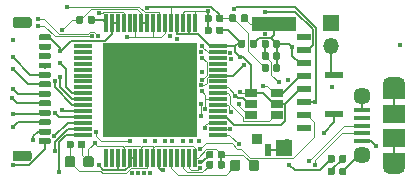
<source format=gbr>
G04 #@! TF.GenerationSoftware,KiCad,Pcbnew,(5.1.2-1)-1*
G04 #@! TF.CreationDate,2020-01-08T15:13:26-05:00*
G04 #@! TF.ProjectId,ARBO Mini,4152424f-204d-4696-9e69-2e6b69636164,rev?*
G04 #@! TF.SameCoordinates,Original*
G04 #@! TF.FileFunction,Copper,L1,Top*
G04 #@! TF.FilePolarity,Positive*
%FSLAX46Y46*%
G04 Gerber Fmt 4.6, Leading zero omitted, Abs format (unit mm)*
G04 Created by KiCad (PCBNEW (5.1.2-1)-1) date 2020-01-08 15:13:26*
%MOMM*%
%LPD*%
G04 APERTURE LIST*
%ADD10C,0.100000*%
%ADD11C,0.900000*%
%ADD12C,0.500000*%
%ADD13O,1.350000X1.350000*%
%ADD14R,1.350000X1.350000*%
%ADD15R,8.000000X8.000000*%
%ADD16R,0.300000X1.500000*%
%ADD17R,1.500000X0.300000*%
%ADD18R,1.500000X0.550000*%
%ADD19C,0.590000*%
%ADD20R,1.060000X0.650000*%
%ADD21R,0.850000X0.950000*%
%ADD22R,0.600000X1.000000*%
%ADD23R,1.400000X1.450000*%
%ADD24R,3.790000X1.200000*%
%ADD25R,1.250000X0.600000*%
%ADD26R,1.900000X1.200000*%
%ADD27O,1.900000X1.200000*%
%ADD28R,1.900000X1.500000*%
%ADD29C,1.450000*%
%ADD30R,1.350000X0.400000*%
%ADD31C,0.875000*%
%ADD32C,0.400000*%
%ADD33C,0.152400*%
G04 APERTURE END LIST*
D10*
G36*
X107531054Y-66058083D02*
G01*
X107552895Y-66061323D01*
X107574314Y-66066688D01*
X107595104Y-66074127D01*
X107615064Y-66083568D01*
X107634003Y-66094919D01*
X107651738Y-66108073D01*
X107668099Y-66122901D01*
X107682927Y-66139262D01*
X107696081Y-66156997D01*
X107707432Y-66175936D01*
X107716873Y-66195896D01*
X107724312Y-66216686D01*
X107729677Y-66238105D01*
X107732917Y-66259946D01*
X107734000Y-66282000D01*
X107734000Y-66732000D01*
X107732917Y-66754054D01*
X107729677Y-66775895D01*
X107724312Y-66797314D01*
X107716873Y-66818104D01*
X107707432Y-66838064D01*
X107696081Y-66857003D01*
X107682927Y-66874738D01*
X107668099Y-66891099D01*
X107651738Y-66905927D01*
X107634003Y-66919081D01*
X107615064Y-66930432D01*
X107595104Y-66939873D01*
X107574314Y-66947312D01*
X107552895Y-66952677D01*
X107531054Y-66955917D01*
X107509000Y-66957000D01*
X106359000Y-66957000D01*
X106336946Y-66955917D01*
X106315105Y-66952677D01*
X106293686Y-66947312D01*
X106272896Y-66939873D01*
X106252936Y-66930432D01*
X106233997Y-66919081D01*
X106216262Y-66905927D01*
X106199901Y-66891099D01*
X106185073Y-66874738D01*
X106171919Y-66857003D01*
X106160568Y-66838064D01*
X106151127Y-66818104D01*
X106143688Y-66797314D01*
X106138323Y-66775895D01*
X106135083Y-66754054D01*
X106134000Y-66732000D01*
X106134000Y-66282000D01*
X106135083Y-66259946D01*
X106138323Y-66238105D01*
X106143688Y-66216686D01*
X106151127Y-66195896D01*
X106160568Y-66175936D01*
X106171919Y-66156997D01*
X106185073Y-66139262D01*
X106199901Y-66122901D01*
X106216262Y-66108073D01*
X106233997Y-66094919D01*
X106252936Y-66083568D01*
X106272896Y-66074127D01*
X106293686Y-66066688D01*
X106315105Y-66061323D01*
X106336946Y-66058083D01*
X106359000Y-66057000D01*
X107509000Y-66057000D01*
X107531054Y-66058083D01*
X107531054Y-66058083D01*
G37*
D11*
X106934000Y-66507000D03*
D10*
G36*
X107531054Y-54758083D02*
G01*
X107552895Y-54761323D01*
X107574314Y-54766688D01*
X107595104Y-54774127D01*
X107615064Y-54783568D01*
X107634003Y-54794919D01*
X107651738Y-54808073D01*
X107668099Y-54822901D01*
X107682927Y-54839262D01*
X107696081Y-54856997D01*
X107707432Y-54875936D01*
X107716873Y-54895896D01*
X107724312Y-54916686D01*
X107729677Y-54938105D01*
X107732917Y-54959946D01*
X107734000Y-54982000D01*
X107734000Y-55432000D01*
X107732917Y-55454054D01*
X107729677Y-55475895D01*
X107724312Y-55497314D01*
X107716873Y-55518104D01*
X107707432Y-55538064D01*
X107696081Y-55557003D01*
X107682927Y-55574738D01*
X107668099Y-55591099D01*
X107651738Y-55605927D01*
X107634003Y-55619081D01*
X107615064Y-55630432D01*
X107595104Y-55639873D01*
X107574314Y-55647312D01*
X107552895Y-55652677D01*
X107531054Y-55655917D01*
X107509000Y-55657000D01*
X106359000Y-55657000D01*
X106336946Y-55655917D01*
X106315105Y-55652677D01*
X106293686Y-55647312D01*
X106272896Y-55639873D01*
X106252936Y-55630432D01*
X106233997Y-55619081D01*
X106216262Y-55605927D01*
X106199901Y-55591099D01*
X106185073Y-55574738D01*
X106171919Y-55557003D01*
X106160568Y-55538064D01*
X106151127Y-55518104D01*
X106143688Y-55497314D01*
X106138323Y-55475895D01*
X106135083Y-55454054D01*
X106134000Y-55432000D01*
X106134000Y-54982000D01*
X106135083Y-54959946D01*
X106138323Y-54938105D01*
X106143688Y-54916686D01*
X106151127Y-54895896D01*
X106160568Y-54875936D01*
X106171919Y-54856997D01*
X106185073Y-54839262D01*
X106199901Y-54822901D01*
X106216262Y-54808073D01*
X106233997Y-54794919D01*
X106252936Y-54783568D01*
X106272896Y-54774127D01*
X106293686Y-54766688D01*
X106315105Y-54761323D01*
X106336946Y-54758083D01*
X106359000Y-54757000D01*
X107509000Y-54757000D01*
X107531054Y-54758083D01*
X107531054Y-54758083D01*
G37*
D11*
X106934000Y-55207000D03*
D10*
G36*
X109241252Y-65007602D02*
G01*
X109253386Y-65009402D01*
X109265286Y-65012382D01*
X109276835Y-65016515D01*
X109287925Y-65021760D01*
X109298446Y-65028066D01*
X109308299Y-65035374D01*
X109317388Y-65043612D01*
X109325626Y-65052701D01*
X109332934Y-65062554D01*
X109339240Y-65073075D01*
X109344485Y-65084165D01*
X109348618Y-65095714D01*
X109351598Y-65107614D01*
X109353398Y-65119748D01*
X109354000Y-65132000D01*
X109354000Y-65382000D01*
X109353398Y-65394252D01*
X109351598Y-65406386D01*
X109348618Y-65418286D01*
X109344485Y-65429835D01*
X109339240Y-65440925D01*
X109332934Y-65451446D01*
X109325626Y-65461299D01*
X109317388Y-65470388D01*
X109308299Y-65478626D01*
X109298446Y-65485934D01*
X109287925Y-65492240D01*
X109276835Y-65497485D01*
X109265286Y-65501618D01*
X109253386Y-65504598D01*
X109241252Y-65506398D01*
X109229000Y-65507000D01*
X108479000Y-65507000D01*
X108466748Y-65506398D01*
X108454614Y-65504598D01*
X108442714Y-65501618D01*
X108431165Y-65497485D01*
X108420075Y-65492240D01*
X108409554Y-65485934D01*
X108399701Y-65478626D01*
X108390612Y-65470388D01*
X108382374Y-65461299D01*
X108375066Y-65451446D01*
X108368760Y-65440925D01*
X108363515Y-65429835D01*
X108359382Y-65418286D01*
X108356402Y-65406386D01*
X108354602Y-65394252D01*
X108354000Y-65382000D01*
X108354000Y-65132000D01*
X108354602Y-65119748D01*
X108356402Y-65107614D01*
X108359382Y-65095714D01*
X108363515Y-65084165D01*
X108368760Y-65073075D01*
X108375066Y-65062554D01*
X108382374Y-65052701D01*
X108390612Y-65043612D01*
X108399701Y-65035374D01*
X108409554Y-65028066D01*
X108420075Y-65021760D01*
X108431165Y-65016515D01*
X108442714Y-65012382D01*
X108454614Y-65009402D01*
X108466748Y-65007602D01*
X108479000Y-65007000D01*
X109229000Y-65007000D01*
X109241252Y-65007602D01*
X109241252Y-65007602D01*
G37*
D12*
X108854000Y-65257000D03*
D10*
G36*
X109241252Y-64207602D02*
G01*
X109253386Y-64209402D01*
X109265286Y-64212382D01*
X109276835Y-64216515D01*
X109287925Y-64221760D01*
X109298446Y-64228066D01*
X109308299Y-64235374D01*
X109317388Y-64243612D01*
X109325626Y-64252701D01*
X109332934Y-64262554D01*
X109339240Y-64273075D01*
X109344485Y-64284165D01*
X109348618Y-64295714D01*
X109351598Y-64307614D01*
X109353398Y-64319748D01*
X109354000Y-64332000D01*
X109354000Y-64582000D01*
X109353398Y-64594252D01*
X109351598Y-64606386D01*
X109348618Y-64618286D01*
X109344485Y-64629835D01*
X109339240Y-64640925D01*
X109332934Y-64651446D01*
X109325626Y-64661299D01*
X109317388Y-64670388D01*
X109308299Y-64678626D01*
X109298446Y-64685934D01*
X109287925Y-64692240D01*
X109276835Y-64697485D01*
X109265286Y-64701618D01*
X109253386Y-64704598D01*
X109241252Y-64706398D01*
X109229000Y-64707000D01*
X108479000Y-64707000D01*
X108466748Y-64706398D01*
X108454614Y-64704598D01*
X108442714Y-64701618D01*
X108431165Y-64697485D01*
X108420075Y-64692240D01*
X108409554Y-64685934D01*
X108399701Y-64678626D01*
X108390612Y-64670388D01*
X108382374Y-64661299D01*
X108375066Y-64651446D01*
X108368760Y-64640925D01*
X108363515Y-64629835D01*
X108359382Y-64618286D01*
X108356402Y-64606386D01*
X108354602Y-64594252D01*
X108354000Y-64582000D01*
X108354000Y-64332000D01*
X108354602Y-64319748D01*
X108356402Y-64307614D01*
X108359382Y-64295714D01*
X108363515Y-64284165D01*
X108368760Y-64273075D01*
X108375066Y-64262554D01*
X108382374Y-64252701D01*
X108390612Y-64243612D01*
X108399701Y-64235374D01*
X108409554Y-64228066D01*
X108420075Y-64221760D01*
X108431165Y-64216515D01*
X108442714Y-64212382D01*
X108454614Y-64209402D01*
X108466748Y-64207602D01*
X108479000Y-64207000D01*
X109229000Y-64207000D01*
X109241252Y-64207602D01*
X109241252Y-64207602D01*
G37*
D12*
X108854000Y-64457000D03*
D10*
G36*
X109241252Y-63407602D02*
G01*
X109253386Y-63409402D01*
X109265286Y-63412382D01*
X109276835Y-63416515D01*
X109287925Y-63421760D01*
X109298446Y-63428066D01*
X109308299Y-63435374D01*
X109317388Y-63443612D01*
X109325626Y-63452701D01*
X109332934Y-63462554D01*
X109339240Y-63473075D01*
X109344485Y-63484165D01*
X109348618Y-63495714D01*
X109351598Y-63507614D01*
X109353398Y-63519748D01*
X109354000Y-63532000D01*
X109354000Y-63782000D01*
X109353398Y-63794252D01*
X109351598Y-63806386D01*
X109348618Y-63818286D01*
X109344485Y-63829835D01*
X109339240Y-63840925D01*
X109332934Y-63851446D01*
X109325626Y-63861299D01*
X109317388Y-63870388D01*
X109308299Y-63878626D01*
X109298446Y-63885934D01*
X109287925Y-63892240D01*
X109276835Y-63897485D01*
X109265286Y-63901618D01*
X109253386Y-63904598D01*
X109241252Y-63906398D01*
X109229000Y-63907000D01*
X108479000Y-63907000D01*
X108466748Y-63906398D01*
X108454614Y-63904598D01*
X108442714Y-63901618D01*
X108431165Y-63897485D01*
X108420075Y-63892240D01*
X108409554Y-63885934D01*
X108399701Y-63878626D01*
X108390612Y-63870388D01*
X108382374Y-63861299D01*
X108375066Y-63851446D01*
X108368760Y-63840925D01*
X108363515Y-63829835D01*
X108359382Y-63818286D01*
X108356402Y-63806386D01*
X108354602Y-63794252D01*
X108354000Y-63782000D01*
X108354000Y-63532000D01*
X108354602Y-63519748D01*
X108356402Y-63507614D01*
X108359382Y-63495714D01*
X108363515Y-63484165D01*
X108368760Y-63473075D01*
X108375066Y-63462554D01*
X108382374Y-63452701D01*
X108390612Y-63443612D01*
X108399701Y-63435374D01*
X108409554Y-63428066D01*
X108420075Y-63421760D01*
X108431165Y-63416515D01*
X108442714Y-63412382D01*
X108454614Y-63409402D01*
X108466748Y-63407602D01*
X108479000Y-63407000D01*
X109229000Y-63407000D01*
X109241252Y-63407602D01*
X109241252Y-63407602D01*
G37*
D12*
X108854000Y-63657000D03*
D10*
G36*
X109241252Y-62607602D02*
G01*
X109253386Y-62609402D01*
X109265286Y-62612382D01*
X109276835Y-62616515D01*
X109287925Y-62621760D01*
X109298446Y-62628066D01*
X109308299Y-62635374D01*
X109317388Y-62643612D01*
X109325626Y-62652701D01*
X109332934Y-62662554D01*
X109339240Y-62673075D01*
X109344485Y-62684165D01*
X109348618Y-62695714D01*
X109351598Y-62707614D01*
X109353398Y-62719748D01*
X109354000Y-62732000D01*
X109354000Y-62982000D01*
X109353398Y-62994252D01*
X109351598Y-63006386D01*
X109348618Y-63018286D01*
X109344485Y-63029835D01*
X109339240Y-63040925D01*
X109332934Y-63051446D01*
X109325626Y-63061299D01*
X109317388Y-63070388D01*
X109308299Y-63078626D01*
X109298446Y-63085934D01*
X109287925Y-63092240D01*
X109276835Y-63097485D01*
X109265286Y-63101618D01*
X109253386Y-63104598D01*
X109241252Y-63106398D01*
X109229000Y-63107000D01*
X108479000Y-63107000D01*
X108466748Y-63106398D01*
X108454614Y-63104598D01*
X108442714Y-63101618D01*
X108431165Y-63097485D01*
X108420075Y-63092240D01*
X108409554Y-63085934D01*
X108399701Y-63078626D01*
X108390612Y-63070388D01*
X108382374Y-63061299D01*
X108375066Y-63051446D01*
X108368760Y-63040925D01*
X108363515Y-63029835D01*
X108359382Y-63018286D01*
X108356402Y-63006386D01*
X108354602Y-62994252D01*
X108354000Y-62982000D01*
X108354000Y-62732000D01*
X108354602Y-62719748D01*
X108356402Y-62707614D01*
X108359382Y-62695714D01*
X108363515Y-62684165D01*
X108368760Y-62673075D01*
X108375066Y-62662554D01*
X108382374Y-62652701D01*
X108390612Y-62643612D01*
X108399701Y-62635374D01*
X108409554Y-62628066D01*
X108420075Y-62621760D01*
X108431165Y-62616515D01*
X108442714Y-62612382D01*
X108454614Y-62609402D01*
X108466748Y-62607602D01*
X108479000Y-62607000D01*
X109229000Y-62607000D01*
X109241252Y-62607602D01*
X109241252Y-62607602D01*
G37*
D12*
X108854000Y-62857000D03*
D10*
G36*
X109241252Y-61807602D02*
G01*
X109253386Y-61809402D01*
X109265286Y-61812382D01*
X109276835Y-61816515D01*
X109287925Y-61821760D01*
X109298446Y-61828066D01*
X109308299Y-61835374D01*
X109317388Y-61843612D01*
X109325626Y-61852701D01*
X109332934Y-61862554D01*
X109339240Y-61873075D01*
X109344485Y-61884165D01*
X109348618Y-61895714D01*
X109351598Y-61907614D01*
X109353398Y-61919748D01*
X109354000Y-61932000D01*
X109354000Y-62182000D01*
X109353398Y-62194252D01*
X109351598Y-62206386D01*
X109348618Y-62218286D01*
X109344485Y-62229835D01*
X109339240Y-62240925D01*
X109332934Y-62251446D01*
X109325626Y-62261299D01*
X109317388Y-62270388D01*
X109308299Y-62278626D01*
X109298446Y-62285934D01*
X109287925Y-62292240D01*
X109276835Y-62297485D01*
X109265286Y-62301618D01*
X109253386Y-62304598D01*
X109241252Y-62306398D01*
X109229000Y-62307000D01*
X108479000Y-62307000D01*
X108466748Y-62306398D01*
X108454614Y-62304598D01*
X108442714Y-62301618D01*
X108431165Y-62297485D01*
X108420075Y-62292240D01*
X108409554Y-62285934D01*
X108399701Y-62278626D01*
X108390612Y-62270388D01*
X108382374Y-62261299D01*
X108375066Y-62251446D01*
X108368760Y-62240925D01*
X108363515Y-62229835D01*
X108359382Y-62218286D01*
X108356402Y-62206386D01*
X108354602Y-62194252D01*
X108354000Y-62182000D01*
X108354000Y-61932000D01*
X108354602Y-61919748D01*
X108356402Y-61907614D01*
X108359382Y-61895714D01*
X108363515Y-61884165D01*
X108368760Y-61873075D01*
X108375066Y-61862554D01*
X108382374Y-61852701D01*
X108390612Y-61843612D01*
X108399701Y-61835374D01*
X108409554Y-61828066D01*
X108420075Y-61821760D01*
X108431165Y-61816515D01*
X108442714Y-61812382D01*
X108454614Y-61809402D01*
X108466748Y-61807602D01*
X108479000Y-61807000D01*
X109229000Y-61807000D01*
X109241252Y-61807602D01*
X109241252Y-61807602D01*
G37*
D12*
X108854000Y-62057000D03*
D10*
G36*
X109241252Y-61007602D02*
G01*
X109253386Y-61009402D01*
X109265286Y-61012382D01*
X109276835Y-61016515D01*
X109287925Y-61021760D01*
X109298446Y-61028066D01*
X109308299Y-61035374D01*
X109317388Y-61043612D01*
X109325626Y-61052701D01*
X109332934Y-61062554D01*
X109339240Y-61073075D01*
X109344485Y-61084165D01*
X109348618Y-61095714D01*
X109351598Y-61107614D01*
X109353398Y-61119748D01*
X109354000Y-61132000D01*
X109354000Y-61382000D01*
X109353398Y-61394252D01*
X109351598Y-61406386D01*
X109348618Y-61418286D01*
X109344485Y-61429835D01*
X109339240Y-61440925D01*
X109332934Y-61451446D01*
X109325626Y-61461299D01*
X109317388Y-61470388D01*
X109308299Y-61478626D01*
X109298446Y-61485934D01*
X109287925Y-61492240D01*
X109276835Y-61497485D01*
X109265286Y-61501618D01*
X109253386Y-61504598D01*
X109241252Y-61506398D01*
X109229000Y-61507000D01*
X108479000Y-61507000D01*
X108466748Y-61506398D01*
X108454614Y-61504598D01*
X108442714Y-61501618D01*
X108431165Y-61497485D01*
X108420075Y-61492240D01*
X108409554Y-61485934D01*
X108399701Y-61478626D01*
X108390612Y-61470388D01*
X108382374Y-61461299D01*
X108375066Y-61451446D01*
X108368760Y-61440925D01*
X108363515Y-61429835D01*
X108359382Y-61418286D01*
X108356402Y-61406386D01*
X108354602Y-61394252D01*
X108354000Y-61382000D01*
X108354000Y-61132000D01*
X108354602Y-61119748D01*
X108356402Y-61107614D01*
X108359382Y-61095714D01*
X108363515Y-61084165D01*
X108368760Y-61073075D01*
X108375066Y-61062554D01*
X108382374Y-61052701D01*
X108390612Y-61043612D01*
X108399701Y-61035374D01*
X108409554Y-61028066D01*
X108420075Y-61021760D01*
X108431165Y-61016515D01*
X108442714Y-61012382D01*
X108454614Y-61009402D01*
X108466748Y-61007602D01*
X108479000Y-61007000D01*
X109229000Y-61007000D01*
X109241252Y-61007602D01*
X109241252Y-61007602D01*
G37*
D12*
X108854000Y-61257000D03*
D10*
G36*
X109241252Y-60207602D02*
G01*
X109253386Y-60209402D01*
X109265286Y-60212382D01*
X109276835Y-60216515D01*
X109287925Y-60221760D01*
X109298446Y-60228066D01*
X109308299Y-60235374D01*
X109317388Y-60243612D01*
X109325626Y-60252701D01*
X109332934Y-60262554D01*
X109339240Y-60273075D01*
X109344485Y-60284165D01*
X109348618Y-60295714D01*
X109351598Y-60307614D01*
X109353398Y-60319748D01*
X109354000Y-60332000D01*
X109354000Y-60582000D01*
X109353398Y-60594252D01*
X109351598Y-60606386D01*
X109348618Y-60618286D01*
X109344485Y-60629835D01*
X109339240Y-60640925D01*
X109332934Y-60651446D01*
X109325626Y-60661299D01*
X109317388Y-60670388D01*
X109308299Y-60678626D01*
X109298446Y-60685934D01*
X109287925Y-60692240D01*
X109276835Y-60697485D01*
X109265286Y-60701618D01*
X109253386Y-60704598D01*
X109241252Y-60706398D01*
X109229000Y-60707000D01*
X108479000Y-60707000D01*
X108466748Y-60706398D01*
X108454614Y-60704598D01*
X108442714Y-60701618D01*
X108431165Y-60697485D01*
X108420075Y-60692240D01*
X108409554Y-60685934D01*
X108399701Y-60678626D01*
X108390612Y-60670388D01*
X108382374Y-60661299D01*
X108375066Y-60651446D01*
X108368760Y-60640925D01*
X108363515Y-60629835D01*
X108359382Y-60618286D01*
X108356402Y-60606386D01*
X108354602Y-60594252D01*
X108354000Y-60582000D01*
X108354000Y-60332000D01*
X108354602Y-60319748D01*
X108356402Y-60307614D01*
X108359382Y-60295714D01*
X108363515Y-60284165D01*
X108368760Y-60273075D01*
X108375066Y-60262554D01*
X108382374Y-60252701D01*
X108390612Y-60243612D01*
X108399701Y-60235374D01*
X108409554Y-60228066D01*
X108420075Y-60221760D01*
X108431165Y-60216515D01*
X108442714Y-60212382D01*
X108454614Y-60209402D01*
X108466748Y-60207602D01*
X108479000Y-60207000D01*
X109229000Y-60207000D01*
X109241252Y-60207602D01*
X109241252Y-60207602D01*
G37*
D12*
X108854000Y-60457000D03*
D10*
G36*
X109241252Y-59407602D02*
G01*
X109253386Y-59409402D01*
X109265286Y-59412382D01*
X109276835Y-59416515D01*
X109287925Y-59421760D01*
X109298446Y-59428066D01*
X109308299Y-59435374D01*
X109317388Y-59443612D01*
X109325626Y-59452701D01*
X109332934Y-59462554D01*
X109339240Y-59473075D01*
X109344485Y-59484165D01*
X109348618Y-59495714D01*
X109351598Y-59507614D01*
X109353398Y-59519748D01*
X109354000Y-59532000D01*
X109354000Y-59782000D01*
X109353398Y-59794252D01*
X109351598Y-59806386D01*
X109348618Y-59818286D01*
X109344485Y-59829835D01*
X109339240Y-59840925D01*
X109332934Y-59851446D01*
X109325626Y-59861299D01*
X109317388Y-59870388D01*
X109308299Y-59878626D01*
X109298446Y-59885934D01*
X109287925Y-59892240D01*
X109276835Y-59897485D01*
X109265286Y-59901618D01*
X109253386Y-59904598D01*
X109241252Y-59906398D01*
X109229000Y-59907000D01*
X108479000Y-59907000D01*
X108466748Y-59906398D01*
X108454614Y-59904598D01*
X108442714Y-59901618D01*
X108431165Y-59897485D01*
X108420075Y-59892240D01*
X108409554Y-59885934D01*
X108399701Y-59878626D01*
X108390612Y-59870388D01*
X108382374Y-59861299D01*
X108375066Y-59851446D01*
X108368760Y-59840925D01*
X108363515Y-59829835D01*
X108359382Y-59818286D01*
X108356402Y-59806386D01*
X108354602Y-59794252D01*
X108354000Y-59782000D01*
X108354000Y-59532000D01*
X108354602Y-59519748D01*
X108356402Y-59507614D01*
X108359382Y-59495714D01*
X108363515Y-59484165D01*
X108368760Y-59473075D01*
X108375066Y-59462554D01*
X108382374Y-59452701D01*
X108390612Y-59443612D01*
X108399701Y-59435374D01*
X108409554Y-59428066D01*
X108420075Y-59421760D01*
X108431165Y-59416515D01*
X108442714Y-59412382D01*
X108454614Y-59409402D01*
X108466748Y-59407602D01*
X108479000Y-59407000D01*
X109229000Y-59407000D01*
X109241252Y-59407602D01*
X109241252Y-59407602D01*
G37*
D12*
X108854000Y-59657000D03*
D10*
G36*
X109241252Y-58607602D02*
G01*
X109253386Y-58609402D01*
X109265286Y-58612382D01*
X109276835Y-58616515D01*
X109287925Y-58621760D01*
X109298446Y-58628066D01*
X109308299Y-58635374D01*
X109317388Y-58643612D01*
X109325626Y-58652701D01*
X109332934Y-58662554D01*
X109339240Y-58673075D01*
X109344485Y-58684165D01*
X109348618Y-58695714D01*
X109351598Y-58707614D01*
X109353398Y-58719748D01*
X109354000Y-58732000D01*
X109354000Y-58982000D01*
X109353398Y-58994252D01*
X109351598Y-59006386D01*
X109348618Y-59018286D01*
X109344485Y-59029835D01*
X109339240Y-59040925D01*
X109332934Y-59051446D01*
X109325626Y-59061299D01*
X109317388Y-59070388D01*
X109308299Y-59078626D01*
X109298446Y-59085934D01*
X109287925Y-59092240D01*
X109276835Y-59097485D01*
X109265286Y-59101618D01*
X109253386Y-59104598D01*
X109241252Y-59106398D01*
X109229000Y-59107000D01*
X108479000Y-59107000D01*
X108466748Y-59106398D01*
X108454614Y-59104598D01*
X108442714Y-59101618D01*
X108431165Y-59097485D01*
X108420075Y-59092240D01*
X108409554Y-59085934D01*
X108399701Y-59078626D01*
X108390612Y-59070388D01*
X108382374Y-59061299D01*
X108375066Y-59051446D01*
X108368760Y-59040925D01*
X108363515Y-59029835D01*
X108359382Y-59018286D01*
X108356402Y-59006386D01*
X108354602Y-58994252D01*
X108354000Y-58982000D01*
X108354000Y-58732000D01*
X108354602Y-58719748D01*
X108356402Y-58707614D01*
X108359382Y-58695714D01*
X108363515Y-58684165D01*
X108368760Y-58673075D01*
X108375066Y-58662554D01*
X108382374Y-58652701D01*
X108390612Y-58643612D01*
X108399701Y-58635374D01*
X108409554Y-58628066D01*
X108420075Y-58621760D01*
X108431165Y-58616515D01*
X108442714Y-58612382D01*
X108454614Y-58609402D01*
X108466748Y-58607602D01*
X108479000Y-58607000D01*
X109229000Y-58607000D01*
X109241252Y-58607602D01*
X109241252Y-58607602D01*
G37*
D12*
X108854000Y-58857000D03*
D10*
G36*
X109241252Y-57807602D02*
G01*
X109253386Y-57809402D01*
X109265286Y-57812382D01*
X109276835Y-57816515D01*
X109287925Y-57821760D01*
X109298446Y-57828066D01*
X109308299Y-57835374D01*
X109317388Y-57843612D01*
X109325626Y-57852701D01*
X109332934Y-57862554D01*
X109339240Y-57873075D01*
X109344485Y-57884165D01*
X109348618Y-57895714D01*
X109351598Y-57907614D01*
X109353398Y-57919748D01*
X109354000Y-57932000D01*
X109354000Y-58182000D01*
X109353398Y-58194252D01*
X109351598Y-58206386D01*
X109348618Y-58218286D01*
X109344485Y-58229835D01*
X109339240Y-58240925D01*
X109332934Y-58251446D01*
X109325626Y-58261299D01*
X109317388Y-58270388D01*
X109308299Y-58278626D01*
X109298446Y-58285934D01*
X109287925Y-58292240D01*
X109276835Y-58297485D01*
X109265286Y-58301618D01*
X109253386Y-58304598D01*
X109241252Y-58306398D01*
X109229000Y-58307000D01*
X108479000Y-58307000D01*
X108466748Y-58306398D01*
X108454614Y-58304598D01*
X108442714Y-58301618D01*
X108431165Y-58297485D01*
X108420075Y-58292240D01*
X108409554Y-58285934D01*
X108399701Y-58278626D01*
X108390612Y-58270388D01*
X108382374Y-58261299D01*
X108375066Y-58251446D01*
X108368760Y-58240925D01*
X108363515Y-58229835D01*
X108359382Y-58218286D01*
X108356402Y-58206386D01*
X108354602Y-58194252D01*
X108354000Y-58182000D01*
X108354000Y-57932000D01*
X108354602Y-57919748D01*
X108356402Y-57907614D01*
X108359382Y-57895714D01*
X108363515Y-57884165D01*
X108368760Y-57873075D01*
X108375066Y-57862554D01*
X108382374Y-57852701D01*
X108390612Y-57843612D01*
X108399701Y-57835374D01*
X108409554Y-57828066D01*
X108420075Y-57821760D01*
X108431165Y-57816515D01*
X108442714Y-57812382D01*
X108454614Y-57809402D01*
X108466748Y-57807602D01*
X108479000Y-57807000D01*
X109229000Y-57807000D01*
X109241252Y-57807602D01*
X109241252Y-57807602D01*
G37*
D12*
X108854000Y-58057000D03*
D10*
G36*
X109241252Y-57007602D02*
G01*
X109253386Y-57009402D01*
X109265286Y-57012382D01*
X109276835Y-57016515D01*
X109287925Y-57021760D01*
X109298446Y-57028066D01*
X109308299Y-57035374D01*
X109317388Y-57043612D01*
X109325626Y-57052701D01*
X109332934Y-57062554D01*
X109339240Y-57073075D01*
X109344485Y-57084165D01*
X109348618Y-57095714D01*
X109351598Y-57107614D01*
X109353398Y-57119748D01*
X109354000Y-57132000D01*
X109354000Y-57382000D01*
X109353398Y-57394252D01*
X109351598Y-57406386D01*
X109348618Y-57418286D01*
X109344485Y-57429835D01*
X109339240Y-57440925D01*
X109332934Y-57451446D01*
X109325626Y-57461299D01*
X109317388Y-57470388D01*
X109308299Y-57478626D01*
X109298446Y-57485934D01*
X109287925Y-57492240D01*
X109276835Y-57497485D01*
X109265286Y-57501618D01*
X109253386Y-57504598D01*
X109241252Y-57506398D01*
X109229000Y-57507000D01*
X108479000Y-57507000D01*
X108466748Y-57506398D01*
X108454614Y-57504598D01*
X108442714Y-57501618D01*
X108431165Y-57497485D01*
X108420075Y-57492240D01*
X108409554Y-57485934D01*
X108399701Y-57478626D01*
X108390612Y-57470388D01*
X108382374Y-57461299D01*
X108375066Y-57451446D01*
X108368760Y-57440925D01*
X108363515Y-57429835D01*
X108359382Y-57418286D01*
X108356402Y-57406386D01*
X108354602Y-57394252D01*
X108354000Y-57382000D01*
X108354000Y-57132000D01*
X108354602Y-57119748D01*
X108356402Y-57107614D01*
X108359382Y-57095714D01*
X108363515Y-57084165D01*
X108368760Y-57073075D01*
X108375066Y-57062554D01*
X108382374Y-57052701D01*
X108390612Y-57043612D01*
X108399701Y-57035374D01*
X108409554Y-57028066D01*
X108420075Y-57021760D01*
X108431165Y-57016515D01*
X108442714Y-57012382D01*
X108454614Y-57009402D01*
X108466748Y-57007602D01*
X108479000Y-57007000D01*
X109229000Y-57007000D01*
X109241252Y-57007602D01*
X109241252Y-57007602D01*
G37*
D12*
X108854000Y-57257000D03*
D10*
G36*
X109241252Y-56207602D02*
G01*
X109253386Y-56209402D01*
X109265286Y-56212382D01*
X109276835Y-56216515D01*
X109287925Y-56221760D01*
X109298446Y-56228066D01*
X109308299Y-56235374D01*
X109317388Y-56243612D01*
X109325626Y-56252701D01*
X109332934Y-56262554D01*
X109339240Y-56273075D01*
X109344485Y-56284165D01*
X109348618Y-56295714D01*
X109351598Y-56307614D01*
X109353398Y-56319748D01*
X109354000Y-56332000D01*
X109354000Y-56582000D01*
X109353398Y-56594252D01*
X109351598Y-56606386D01*
X109348618Y-56618286D01*
X109344485Y-56629835D01*
X109339240Y-56640925D01*
X109332934Y-56651446D01*
X109325626Y-56661299D01*
X109317388Y-56670388D01*
X109308299Y-56678626D01*
X109298446Y-56685934D01*
X109287925Y-56692240D01*
X109276835Y-56697485D01*
X109265286Y-56701618D01*
X109253386Y-56704598D01*
X109241252Y-56706398D01*
X109229000Y-56707000D01*
X108479000Y-56707000D01*
X108466748Y-56706398D01*
X108454614Y-56704598D01*
X108442714Y-56701618D01*
X108431165Y-56697485D01*
X108420075Y-56692240D01*
X108409554Y-56685934D01*
X108399701Y-56678626D01*
X108390612Y-56670388D01*
X108382374Y-56661299D01*
X108375066Y-56651446D01*
X108368760Y-56640925D01*
X108363515Y-56629835D01*
X108359382Y-56618286D01*
X108356402Y-56606386D01*
X108354602Y-56594252D01*
X108354000Y-56582000D01*
X108354000Y-56332000D01*
X108354602Y-56319748D01*
X108356402Y-56307614D01*
X108359382Y-56295714D01*
X108363515Y-56284165D01*
X108368760Y-56273075D01*
X108375066Y-56262554D01*
X108382374Y-56252701D01*
X108390612Y-56243612D01*
X108399701Y-56235374D01*
X108409554Y-56228066D01*
X108420075Y-56221760D01*
X108431165Y-56216515D01*
X108442714Y-56212382D01*
X108454614Y-56209402D01*
X108466748Y-56207602D01*
X108479000Y-56207000D01*
X109229000Y-56207000D01*
X109241252Y-56207602D01*
X109241252Y-56207602D01*
G37*
D12*
X108854000Y-56457000D03*
D13*
X133096000Y-57245000D03*
D14*
X133096000Y-55245000D03*
D15*
X117780000Y-60960000D03*
D16*
X114030000Y-55260000D03*
X114530000Y-55260000D03*
X115030000Y-55260000D03*
X115530000Y-55260000D03*
X116030000Y-55260000D03*
X116530000Y-55260000D03*
X117030000Y-55260000D03*
X117530000Y-55260000D03*
X118030000Y-55260000D03*
X118530000Y-55260000D03*
X119030000Y-55260000D03*
X119530000Y-55260000D03*
X120030000Y-55260000D03*
X120530000Y-55260000D03*
X121030000Y-55260000D03*
X121530000Y-55260000D03*
D17*
X123480000Y-57210000D03*
X123480000Y-57710000D03*
X123480000Y-58210000D03*
X123480000Y-58710000D03*
X123480000Y-59210000D03*
X123480000Y-59710000D03*
X123480000Y-60210000D03*
X123480000Y-60710000D03*
X123480000Y-61210000D03*
X123480000Y-61710000D03*
X123480000Y-62210000D03*
X123480000Y-62710000D03*
X123480000Y-63210000D03*
X123480000Y-63710000D03*
X123480000Y-64210000D03*
X123480000Y-64710000D03*
D16*
X121530000Y-66660000D03*
X121030000Y-66660000D03*
X120530000Y-66660000D03*
X120030000Y-66660000D03*
X119530000Y-66660000D03*
X119030000Y-66660000D03*
X118530000Y-66660000D03*
X118030000Y-66660000D03*
X117530000Y-66660000D03*
X117030000Y-66660000D03*
X116530000Y-66660000D03*
X116030000Y-66660000D03*
X115530000Y-66660000D03*
X115030000Y-66660000D03*
X114530000Y-66660000D03*
X114030000Y-66660000D03*
D17*
X112080000Y-64710000D03*
X112080000Y-64210000D03*
X112080000Y-63710000D03*
X112080000Y-63210000D03*
X112080000Y-62710000D03*
X112080000Y-62210000D03*
X112080000Y-61710000D03*
X112080000Y-61210000D03*
X112080000Y-60710000D03*
X112080000Y-60210000D03*
X112080000Y-59710000D03*
X112080000Y-59210000D03*
X112080000Y-58710000D03*
X112080000Y-58210000D03*
X112080000Y-57710000D03*
X112080000Y-57210000D03*
D18*
X133350000Y-59690000D03*
X133350000Y-62940000D03*
D10*
G36*
X133278558Y-66431910D02*
G01*
X133292876Y-66434034D01*
X133306917Y-66437551D01*
X133320546Y-66442428D01*
X133333631Y-66448617D01*
X133346047Y-66456058D01*
X133357673Y-66464681D01*
X133368398Y-66474402D01*
X133378119Y-66485127D01*
X133386742Y-66496753D01*
X133394183Y-66509169D01*
X133400372Y-66522254D01*
X133405249Y-66535883D01*
X133408766Y-66549924D01*
X133410890Y-66564242D01*
X133411600Y-66578700D01*
X133411600Y-66923700D01*
X133410890Y-66938158D01*
X133408766Y-66952476D01*
X133405249Y-66966517D01*
X133400372Y-66980146D01*
X133394183Y-66993231D01*
X133386742Y-67005647D01*
X133378119Y-67017273D01*
X133368398Y-67027998D01*
X133357673Y-67037719D01*
X133346047Y-67046342D01*
X133333631Y-67053783D01*
X133320546Y-67059972D01*
X133306917Y-67064849D01*
X133292876Y-67068366D01*
X133278558Y-67070490D01*
X133264100Y-67071200D01*
X132969100Y-67071200D01*
X132954642Y-67070490D01*
X132940324Y-67068366D01*
X132926283Y-67064849D01*
X132912654Y-67059972D01*
X132899569Y-67053783D01*
X132887153Y-67046342D01*
X132875527Y-67037719D01*
X132864802Y-67027998D01*
X132855081Y-67017273D01*
X132846458Y-67005647D01*
X132839017Y-66993231D01*
X132832828Y-66980146D01*
X132827951Y-66966517D01*
X132824434Y-66952476D01*
X132822310Y-66938158D01*
X132821600Y-66923700D01*
X132821600Y-66578700D01*
X132822310Y-66564242D01*
X132824434Y-66549924D01*
X132827951Y-66535883D01*
X132832828Y-66522254D01*
X132839017Y-66509169D01*
X132846458Y-66496753D01*
X132855081Y-66485127D01*
X132864802Y-66474402D01*
X132875527Y-66464681D01*
X132887153Y-66456058D01*
X132899569Y-66448617D01*
X132912654Y-66442428D01*
X132926283Y-66437551D01*
X132940324Y-66434034D01*
X132954642Y-66431910D01*
X132969100Y-66431200D01*
X133264100Y-66431200D01*
X133278558Y-66431910D01*
X133278558Y-66431910D01*
G37*
D19*
X133116600Y-66751200D03*
D10*
G36*
X134248558Y-66431910D02*
G01*
X134262876Y-66434034D01*
X134276917Y-66437551D01*
X134290546Y-66442428D01*
X134303631Y-66448617D01*
X134316047Y-66456058D01*
X134327673Y-66464681D01*
X134338398Y-66474402D01*
X134348119Y-66485127D01*
X134356742Y-66496753D01*
X134364183Y-66509169D01*
X134370372Y-66522254D01*
X134375249Y-66535883D01*
X134378766Y-66549924D01*
X134380890Y-66564242D01*
X134381600Y-66578700D01*
X134381600Y-66923700D01*
X134380890Y-66938158D01*
X134378766Y-66952476D01*
X134375249Y-66966517D01*
X134370372Y-66980146D01*
X134364183Y-66993231D01*
X134356742Y-67005647D01*
X134348119Y-67017273D01*
X134338398Y-67027998D01*
X134327673Y-67037719D01*
X134316047Y-67046342D01*
X134303631Y-67053783D01*
X134290546Y-67059972D01*
X134276917Y-67064849D01*
X134262876Y-67068366D01*
X134248558Y-67070490D01*
X134234100Y-67071200D01*
X133939100Y-67071200D01*
X133924642Y-67070490D01*
X133910324Y-67068366D01*
X133896283Y-67064849D01*
X133882654Y-67059972D01*
X133869569Y-67053783D01*
X133857153Y-67046342D01*
X133845527Y-67037719D01*
X133834802Y-67027998D01*
X133825081Y-67017273D01*
X133816458Y-67005647D01*
X133809017Y-66993231D01*
X133802828Y-66980146D01*
X133797951Y-66966517D01*
X133794434Y-66952476D01*
X133792310Y-66938158D01*
X133791600Y-66923700D01*
X133791600Y-66578700D01*
X133792310Y-66564242D01*
X133794434Y-66549924D01*
X133797951Y-66535883D01*
X133802828Y-66522254D01*
X133809017Y-66509169D01*
X133816458Y-66496753D01*
X133825081Y-66485127D01*
X133834802Y-66474402D01*
X133845527Y-66464681D01*
X133857153Y-66456058D01*
X133869569Y-66448617D01*
X133882654Y-66442428D01*
X133896283Y-66437551D01*
X133910324Y-66434034D01*
X133924642Y-66431910D01*
X133939100Y-66431200D01*
X134234100Y-66431200D01*
X134248558Y-66431910D01*
X134248558Y-66431910D01*
G37*
D19*
X134086600Y-66751200D03*
D10*
G36*
X133278558Y-67498710D02*
G01*
X133292876Y-67500834D01*
X133306917Y-67504351D01*
X133320546Y-67509228D01*
X133333631Y-67515417D01*
X133346047Y-67522858D01*
X133357673Y-67531481D01*
X133368398Y-67541202D01*
X133378119Y-67551927D01*
X133386742Y-67563553D01*
X133394183Y-67575969D01*
X133400372Y-67589054D01*
X133405249Y-67602683D01*
X133408766Y-67616724D01*
X133410890Y-67631042D01*
X133411600Y-67645500D01*
X133411600Y-67990500D01*
X133410890Y-68004958D01*
X133408766Y-68019276D01*
X133405249Y-68033317D01*
X133400372Y-68046946D01*
X133394183Y-68060031D01*
X133386742Y-68072447D01*
X133378119Y-68084073D01*
X133368398Y-68094798D01*
X133357673Y-68104519D01*
X133346047Y-68113142D01*
X133333631Y-68120583D01*
X133320546Y-68126772D01*
X133306917Y-68131649D01*
X133292876Y-68135166D01*
X133278558Y-68137290D01*
X133264100Y-68138000D01*
X132969100Y-68138000D01*
X132954642Y-68137290D01*
X132940324Y-68135166D01*
X132926283Y-68131649D01*
X132912654Y-68126772D01*
X132899569Y-68120583D01*
X132887153Y-68113142D01*
X132875527Y-68104519D01*
X132864802Y-68094798D01*
X132855081Y-68084073D01*
X132846458Y-68072447D01*
X132839017Y-68060031D01*
X132832828Y-68046946D01*
X132827951Y-68033317D01*
X132824434Y-68019276D01*
X132822310Y-68004958D01*
X132821600Y-67990500D01*
X132821600Y-67645500D01*
X132822310Y-67631042D01*
X132824434Y-67616724D01*
X132827951Y-67602683D01*
X132832828Y-67589054D01*
X132839017Y-67575969D01*
X132846458Y-67563553D01*
X132855081Y-67551927D01*
X132864802Y-67541202D01*
X132875527Y-67531481D01*
X132887153Y-67522858D01*
X132899569Y-67515417D01*
X132912654Y-67509228D01*
X132926283Y-67504351D01*
X132940324Y-67500834D01*
X132954642Y-67498710D01*
X132969100Y-67498000D01*
X133264100Y-67498000D01*
X133278558Y-67498710D01*
X133278558Y-67498710D01*
G37*
D19*
X133116600Y-67818000D03*
D10*
G36*
X134248558Y-67498710D02*
G01*
X134262876Y-67500834D01*
X134276917Y-67504351D01*
X134290546Y-67509228D01*
X134303631Y-67515417D01*
X134316047Y-67522858D01*
X134327673Y-67531481D01*
X134338398Y-67541202D01*
X134348119Y-67551927D01*
X134356742Y-67563553D01*
X134364183Y-67575969D01*
X134370372Y-67589054D01*
X134375249Y-67602683D01*
X134378766Y-67616724D01*
X134380890Y-67631042D01*
X134381600Y-67645500D01*
X134381600Y-67990500D01*
X134380890Y-68004958D01*
X134378766Y-68019276D01*
X134375249Y-68033317D01*
X134370372Y-68046946D01*
X134364183Y-68060031D01*
X134356742Y-68072447D01*
X134348119Y-68084073D01*
X134338398Y-68094798D01*
X134327673Y-68104519D01*
X134316047Y-68113142D01*
X134303631Y-68120583D01*
X134290546Y-68126772D01*
X134276917Y-68131649D01*
X134262876Y-68135166D01*
X134248558Y-68137290D01*
X134234100Y-68138000D01*
X133939100Y-68138000D01*
X133924642Y-68137290D01*
X133910324Y-68135166D01*
X133896283Y-68131649D01*
X133882654Y-68126772D01*
X133869569Y-68120583D01*
X133857153Y-68113142D01*
X133845527Y-68104519D01*
X133834802Y-68094798D01*
X133825081Y-68084073D01*
X133816458Y-68072447D01*
X133809017Y-68060031D01*
X133802828Y-68046946D01*
X133797951Y-68033317D01*
X133794434Y-68019276D01*
X133792310Y-68004958D01*
X133791600Y-67990500D01*
X133791600Y-67645500D01*
X133792310Y-67631042D01*
X133794434Y-67616724D01*
X133797951Y-67602683D01*
X133802828Y-67589054D01*
X133809017Y-67575969D01*
X133816458Y-67563553D01*
X133825081Y-67551927D01*
X133834802Y-67541202D01*
X133845527Y-67531481D01*
X133857153Y-67522858D01*
X133869569Y-67515417D01*
X133882654Y-67509228D01*
X133896283Y-67504351D01*
X133910324Y-67500834D01*
X133924642Y-67498710D01*
X133939100Y-67498000D01*
X134234100Y-67498000D01*
X134248558Y-67498710D01*
X134248558Y-67498710D01*
G37*
D19*
X134086600Y-67818000D03*
D20*
X128481000Y-62103000D03*
X128481000Y-61153000D03*
X128481000Y-63053000D03*
X126281000Y-63053000D03*
X126281000Y-62103000D03*
X126281000Y-61153000D03*
D21*
X126805000Y-65100000D03*
D22*
X127780000Y-66025000D03*
D23*
X129070000Y-65800000D03*
D24*
X128270000Y-55325000D03*
D25*
X130755000Y-56475000D03*
X130755000Y-57575000D03*
X130755000Y-58675000D03*
X130755000Y-59775000D03*
X130755000Y-60875000D03*
X130755000Y-61975000D03*
X130755000Y-63075000D03*
X130755000Y-64175000D03*
D26*
X138430000Y-66862400D03*
X138430000Y-61062400D03*
D27*
X138430000Y-60462400D03*
X138430000Y-67462400D03*
D28*
X138430000Y-64962400D03*
D29*
X135730000Y-61462400D03*
D30*
X135730000Y-63962400D03*
X135730000Y-63312400D03*
X135730000Y-62662400D03*
X135730000Y-65262400D03*
X135730000Y-64612400D03*
D29*
X135730000Y-66462400D03*
D28*
X138430000Y-62962400D03*
D10*
G36*
X111967958Y-54671710D02*
G01*
X111982276Y-54673834D01*
X111996317Y-54677351D01*
X112009946Y-54682228D01*
X112023031Y-54688417D01*
X112035447Y-54695858D01*
X112047073Y-54704481D01*
X112057798Y-54714202D01*
X112067519Y-54724927D01*
X112076142Y-54736553D01*
X112083583Y-54748969D01*
X112089772Y-54762054D01*
X112094649Y-54775683D01*
X112098166Y-54789724D01*
X112100290Y-54804042D01*
X112101000Y-54818500D01*
X112101000Y-55163500D01*
X112100290Y-55177958D01*
X112098166Y-55192276D01*
X112094649Y-55206317D01*
X112089772Y-55219946D01*
X112083583Y-55233031D01*
X112076142Y-55245447D01*
X112067519Y-55257073D01*
X112057798Y-55267798D01*
X112047073Y-55277519D01*
X112035447Y-55286142D01*
X112023031Y-55293583D01*
X112009946Y-55299772D01*
X111996317Y-55304649D01*
X111982276Y-55308166D01*
X111967958Y-55310290D01*
X111953500Y-55311000D01*
X111658500Y-55311000D01*
X111644042Y-55310290D01*
X111629724Y-55308166D01*
X111615683Y-55304649D01*
X111602054Y-55299772D01*
X111588969Y-55293583D01*
X111576553Y-55286142D01*
X111564927Y-55277519D01*
X111554202Y-55267798D01*
X111544481Y-55257073D01*
X111535858Y-55245447D01*
X111528417Y-55233031D01*
X111522228Y-55219946D01*
X111517351Y-55206317D01*
X111513834Y-55192276D01*
X111511710Y-55177958D01*
X111511000Y-55163500D01*
X111511000Y-54818500D01*
X111511710Y-54804042D01*
X111513834Y-54789724D01*
X111517351Y-54775683D01*
X111522228Y-54762054D01*
X111528417Y-54748969D01*
X111535858Y-54736553D01*
X111544481Y-54724927D01*
X111554202Y-54714202D01*
X111564927Y-54704481D01*
X111576553Y-54695858D01*
X111588969Y-54688417D01*
X111602054Y-54682228D01*
X111615683Y-54677351D01*
X111629724Y-54673834D01*
X111644042Y-54671710D01*
X111658500Y-54671000D01*
X111953500Y-54671000D01*
X111967958Y-54671710D01*
X111967958Y-54671710D01*
G37*
D19*
X111806000Y-54991000D03*
D10*
G36*
X112937958Y-54671710D02*
G01*
X112952276Y-54673834D01*
X112966317Y-54677351D01*
X112979946Y-54682228D01*
X112993031Y-54688417D01*
X113005447Y-54695858D01*
X113017073Y-54704481D01*
X113027798Y-54714202D01*
X113037519Y-54724927D01*
X113046142Y-54736553D01*
X113053583Y-54748969D01*
X113059772Y-54762054D01*
X113064649Y-54775683D01*
X113068166Y-54789724D01*
X113070290Y-54804042D01*
X113071000Y-54818500D01*
X113071000Y-55163500D01*
X113070290Y-55177958D01*
X113068166Y-55192276D01*
X113064649Y-55206317D01*
X113059772Y-55219946D01*
X113053583Y-55233031D01*
X113046142Y-55245447D01*
X113037519Y-55257073D01*
X113027798Y-55267798D01*
X113017073Y-55277519D01*
X113005447Y-55286142D01*
X112993031Y-55293583D01*
X112979946Y-55299772D01*
X112966317Y-55304649D01*
X112952276Y-55308166D01*
X112937958Y-55310290D01*
X112923500Y-55311000D01*
X112628500Y-55311000D01*
X112614042Y-55310290D01*
X112599724Y-55308166D01*
X112585683Y-55304649D01*
X112572054Y-55299772D01*
X112558969Y-55293583D01*
X112546553Y-55286142D01*
X112534927Y-55277519D01*
X112524202Y-55267798D01*
X112514481Y-55257073D01*
X112505858Y-55245447D01*
X112498417Y-55233031D01*
X112492228Y-55219946D01*
X112487351Y-55206317D01*
X112483834Y-55192276D01*
X112481710Y-55177958D01*
X112481000Y-55163500D01*
X112481000Y-54818500D01*
X112481710Y-54804042D01*
X112483834Y-54789724D01*
X112487351Y-54775683D01*
X112492228Y-54762054D01*
X112498417Y-54748969D01*
X112505858Y-54736553D01*
X112514481Y-54724927D01*
X112524202Y-54714202D01*
X112534927Y-54704481D01*
X112546553Y-54695858D01*
X112558969Y-54688417D01*
X112572054Y-54682228D01*
X112585683Y-54677351D01*
X112599724Y-54673834D01*
X112614042Y-54671710D01*
X112628500Y-54671000D01*
X112923500Y-54671000D01*
X112937958Y-54671710D01*
X112937958Y-54671710D01*
G37*
D19*
X112776000Y-54991000D03*
D10*
G36*
X123961558Y-66076310D02*
G01*
X123975876Y-66078434D01*
X123989917Y-66081951D01*
X124003546Y-66086828D01*
X124016631Y-66093017D01*
X124029047Y-66100458D01*
X124040673Y-66109081D01*
X124051398Y-66118802D01*
X124061119Y-66129527D01*
X124069742Y-66141153D01*
X124077183Y-66153569D01*
X124083372Y-66166654D01*
X124088249Y-66180283D01*
X124091766Y-66194324D01*
X124093890Y-66208642D01*
X124094600Y-66223100D01*
X124094600Y-66568100D01*
X124093890Y-66582558D01*
X124091766Y-66596876D01*
X124088249Y-66610917D01*
X124083372Y-66624546D01*
X124077183Y-66637631D01*
X124069742Y-66650047D01*
X124061119Y-66661673D01*
X124051398Y-66672398D01*
X124040673Y-66682119D01*
X124029047Y-66690742D01*
X124016631Y-66698183D01*
X124003546Y-66704372D01*
X123989917Y-66709249D01*
X123975876Y-66712766D01*
X123961558Y-66714890D01*
X123947100Y-66715600D01*
X123652100Y-66715600D01*
X123637642Y-66714890D01*
X123623324Y-66712766D01*
X123609283Y-66709249D01*
X123595654Y-66704372D01*
X123582569Y-66698183D01*
X123570153Y-66690742D01*
X123558527Y-66682119D01*
X123547802Y-66672398D01*
X123538081Y-66661673D01*
X123529458Y-66650047D01*
X123522017Y-66637631D01*
X123515828Y-66624546D01*
X123510951Y-66610917D01*
X123507434Y-66596876D01*
X123505310Y-66582558D01*
X123504600Y-66568100D01*
X123504600Y-66223100D01*
X123505310Y-66208642D01*
X123507434Y-66194324D01*
X123510951Y-66180283D01*
X123515828Y-66166654D01*
X123522017Y-66153569D01*
X123529458Y-66141153D01*
X123538081Y-66129527D01*
X123547802Y-66118802D01*
X123558527Y-66109081D01*
X123570153Y-66100458D01*
X123582569Y-66093017D01*
X123595654Y-66086828D01*
X123609283Y-66081951D01*
X123623324Y-66078434D01*
X123637642Y-66076310D01*
X123652100Y-66075600D01*
X123947100Y-66075600D01*
X123961558Y-66076310D01*
X123961558Y-66076310D01*
G37*
D19*
X123799600Y-66395600D03*
D10*
G36*
X122991558Y-66076310D02*
G01*
X123005876Y-66078434D01*
X123019917Y-66081951D01*
X123033546Y-66086828D01*
X123046631Y-66093017D01*
X123059047Y-66100458D01*
X123070673Y-66109081D01*
X123081398Y-66118802D01*
X123091119Y-66129527D01*
X123099742Y-66141153D01*
X123107183Y-66153569D01*
X123113372Y-66166654D01*
X123118249Y-66180283D01*
X123121766Y-66194324D01*
X123123890Y-66208642D01*
X123124600Y-66223100D01*
X123124600Y-66568100D01*
X123123890Y-66582558D01*
X123121766Y-66596876D01*
X123118249Y-66610917D01*
X123113372Y-66624546D01*
X123107183Y-66637631D01*
X123099742Y-66650047D01*
X123091119Y-66661673D01*
X123081398Y-66672398D01*
X123070673Y-66682119D01*
X123059047Y-66690742D01*
X123046631Y-66698183D01*
X123033546Y-66704372D01*
X123019917Y-66709249D01*
X123005876Y-66712766D01*
X122991558Y-66714890D01*
X122977100Y-66715600D01*
X122682100Y-66715600D01*
X122667642Y-66714890D01*
X122653324Y-66712766D01*
X122639283Y-66709249D01*
X122625654Y-66704372D01*
X122612569Y-66698183D01*
X122600153Y-66690742D01*
X122588527Y-66682119D01*
X122577802Y-66672398D01*
X122568081Y-66661673D01*
X122559458Y-66650047D01*
X122552017Y-66637631D01*
X122545828Y-66624546D01*
X122540951Y-66610917D01*
X122537434Y-66596876D01*
X122535310Y-66582558D01*
X122534600Y-66568100D01*
X122534600Y-66223100D01*
X122535310Y-66208642D01*
X122537434Y-66194324D01*
X122540951Y-66180283D01*
X122545828Y-66166654D01*
X122552017Y-66153569D01*
X122559458Y-66141153D01*
X122568081Y-66129527D01*
X122577802Y-66118802D01*
X122588527Y-66109081D01*
X122600153Y-66100458D01*
X122612569Y-66093017D01*
X122625654Y-66086828D01*
X122639283Y-66081951D01*
X122653324Y-66078434D01*
X122667642Y-66076310D01*
X122682100Y-66075600D01*
X122977100Y-66075600D01*
X122991558Y-66076310D01*
X122991558Y-66076310D01*
G37*
D19*
X122829600Y-66395600D03*
D10*
G36*
X123961558Y-66939910D02*
G01*
X123975876Y-66942034D01*
X123989917Y-66945551D01*
X124003546Y-66950428D01*
X124016631Y-66956617D01*
X124029047Y-66964058D01*
X124040673Y-66972681D01*
X124051398Y-66982402D01*
X124061119Y-66993127D01*
X124069742Y-67004753D01*
X124077183Y-67017169D01*
X124083372Y-67030254D01*
X124088249Y-67043883D01*
X124091766Y-67057924D01*
X124093890Y-67072242D01*
X124094600Y-67086700D01*
X124094600Y-67431700D01*
X124093890Y-67446158D01*
X124091766Y-67460476D01*
X124088249Y-67474517D01*
X124083372Y-67488146D01*
X124077183Y-67501231D01*
X124069742Y-67513647D01*
X124061119Y-67525273D01*
X124051398Y-67535998D01*
X124040673Y-67545719D01*
X124029047Y-67554342D01*
X124016631Y-67561783D01*
X124003546Y-67567972D01*
X123989917Y-67572849D01*
X123975876Y-67576366D01*
X123961558Y-67578490D01*
X123947100Y-67579200D01*
X123652100Y-67579200D01*
X123637642Y-67578490D01*
X123623324Y-67576366D01*
X123609283Y-67572849D01*
X123595654Y-67567972D01*
X123582569Y-67561783D01*
X123570153Y-67554342D01*
X123558527Y-67545719D01*
X123547802Y-67535998D01*
X123538081Y-67525273D01*
X123529458Y-67513647D01*
X123522017Y-67501231D01*
X123515828Y-67488146D01*
X123510951Y-67474517D01*
X123507434Y-67460476D01*
X123505310Y-67446158D01*
X123504600Y-67431700D01*
X123504600Y-67086700D01*
X123505310Y-67072242D01*
X123507434Y-67057924D01*
X123510951Y-67043883D01*
X123515828Y-67030254D01*
X123522017Y-67017169D01*
X123529458Y-67004753D01*
X123538081Y-66993127D01*
X123547802Y-66982402D01*
X123558527Y-66972681D01*
X123570153Y-66964058D01*
X123582569Y-66956617D01*
X123595654Y-66950428D01*
X123609283Y-66945551D01*
X123623324Y-66942034D01*
X123637642Y-66939910D01*
X123652100Y-66939200D01*
X123947100Y-66939200D01*
X123961558Y-66939910D01*
X123961558Y-66939910D01*
G37*
D19*
X123799600Y-67259200D03*
D10*
G36*
X122991558Y-66939910D02*
G01*
X123005876Y-66942034D01*
X123019917Y-66945551D01*
X123033546Y-66950428D01*
X123046631Y-66956617D01*
X123059047Y-66964058D01*
X123070673Y-66972681D01*
X123081398Y-66982402D01*
X123091119Y-66993127D01*
X123099742Y-67004753D01*
X123107183Y-67017169D01*
X123113372Y-67030254D01*
X123118249Y-67043883D01*
X123121766Y-67057924D01*
X123123890Y-67072242D01*
X123124600Y-67086700D01*
X123124600Y-67431700D01*
X123123890Y-67446158D01*
X123121766Y-67460476D01*
X123118249Y-67474517D01*
X123113372Y-67488146D01*
X123107183Y-67501231D01*
X123099742Y-67513647D01*
X123091119Y-67525273D01*
X123081398Y-67535998D01*
X123070673Y-67545719D01*
X123059047Y-67554342D01*
X123046631Y-67561783D01*
X123033546Y-67567972D01*
X123019917Y-67572849D01*
X123005876Y-67576366D01*
X122991558Y-67578490D01*
X122977100Y-67579200D01*
X122682100Y-67579200D01*
X122667642Y-67578490D01*
X122653324Y-67576366D01*
X122639283Y-67572849D01*
X122625654Y-67567972D01*
X122612569Y-67561783D01*
X122600153Y-67554342D01*
X122588527Y-67545719D01*
X122577802Y-67535998D01*
X122568081Y-67525273D01*
X122559458Y-67513647D01*
X122552017Y-67501231D01*
X122545828Y-67488146D01*
X122540951Y-67474517D01*
X122537434Y-67460476D01*
X122535310Y-67446158D01*
X122534600Y-67431700D01*
X122534600Y-67086700D01*
X122535310Y-67072242D01*
X122537434Y-67057924D01*
X122540951Y-67043883D01*
X122545828Y-67030254D01*
X122552017Y-67017169D01*
X122559458Y-67004753D01*
X122568081Y-66993127D01*
X122577802Y-66982402D01*
X122588527Y-66972681D01*
X122600153Y-66964058D01*
X122612569Y-66956617D01*
X122625654Y-66950428D01*
X122639283Y-66945551D01*
X122653324Y-66942034D01*
X122667642Y-66939910D01*
X122682100Y-66939200D01*
X122977100Y-66939200D01*
X122991558Y-66939910D01*
X122991558Y-66939910D01*
G37*
D19*
X122829600Y-67259200D03*
D10*
G36*
X126783191Y-66836053D02*
G01*
X126804426Y-66839203D01*
X126825250Y-66844419D01*
X126845462Y-66851651D01*
X126864868Y-66860830D01*
X126883281Y-66871866D01*
X126900524Y-66884654D01*
X126916430Y-66899070D01*
X126930846Y-66914976D01*
X126943634Y-66932219D01*
X126954670Y-66950632D01*
X126963849Y-66970038D01*
X126971081Y-66990250D01*
X126976297Y-67011074D01*
X126979447Y-67032309D01*
X126980500Y-67053750D01*
X126980500Y-67566250D01*
X126979447Y-67587691D01*
X126976297Y-67608926D01*
X126971081Y-67629750D01*
X126963849Y-67649962D01*
X126954670Y-67669368D01*
X126943634Y-67687781D01*
X126930846Y-67705024D01*
X126916430Y-67720930D01*
X126900524Y-67735346D01*
X126883281Y-67748134D01*
X126864868Y-67759170D01*
X126845462Y-67768349D01*
X126825250Y-67775581D01*
X126804426Y-67780797D01*
X126783191Y-67783947D01*
X126761750Y-67785000D01*
X126324250Y-67785000D01*
X126302809Y-67783947D01*
X126281574Y-67780797D01*
X126260750Y-67775581D01*
X126240538Y-67768349D01*
X126221132Y-67759170D01*
X126202719Y-67748134D01*
X126185476Y-67735346D01*
X126169570Y-67720930D01*
X126155154Y-67705024D01*
X126142366Y-67687781D01*
X126131330Y-67669368D01*
X126122151Y-67649962D01*
X126114919Y-67629750D01*
X126109703Y-67608926D01*
X126106553Y-67587691D01*
X126105500Y-67566250D01*
X126105500Y-67053750D01*
X126106553Y-67032309D01*
X126109703Y-67011074D01*
X126114919Y-66990250D01*
X126122151Y-66970038D01*
X126131330Y-66950632D01*
X126142366Y-66932219D01*
X126155154Y-66914976D01*
X126169570Y-66899070D01*
X126185476Y-66884654D01*
X126202719Y-66871866D01*
X126221132Y-66860830D01*
X126240538Y-66851651D01*
X126260750Y-66844419D01*
X126281574Y-66839203D01*
X126302809Y-66836053D01*
X126324250Y-66835000D01*
X126761750Y-66835000D01*
X126783191Y-66836053D01*
X126783191Y-66836053D01*
G37*
D31*
X126543000Y-67310000D03*
D10*
G36*
X125208191Y-66836053D02*
G01*
X125229426Y-66839203D01*
X125250250Y-66844419D01*
X125270462Y-66851651D01*
X125289868Y-66860830D01*
X125308281Y-66871866D01*
X125325524Y-66884654D01*
X125341430Y-66899070D01*
X125355846Y-66914976D01*
X125368634Y-66932219D01*
X125379670Y-66950632D01*
X125388849Y-66970038D01*
X125396081Y-66990250D01*
X125401297Y-67011074D01*
X125404447Y-67032309D01*
X125405500Y-67053750D01*
X125405500Y-67566250D01*
X125404447Y-67587691D01*
X125401297Y-67608926D01*
X125396081Y-67629750D01*
X125388849Y-67649962D01*
X125379670Y-67669368D01*
X125368634Y-67687781D01*
X125355846Y-67705024D01*
X125341430Y-67720930D01*
X125325524Y-67735346D01*
X125308281Y-67748134D01*
X125289868Y-67759170D01*
X125270462Y-67768349D01*
X125250250Y-67775581D01*
X125229426Y-67780797D01*
X125208191Y-67783947D01*
X125186750Y-67785000D01*
X124749250Y-67785000D01*
X124727809Y-67783947D01*
X124706574Y-67780797D01*
X124685750Y-67775581D01*
X124665538Y-67768349D01*
X124646132Y-67759170D01*
X124627719Y-67748134D01*
X124610476Y-67735346D01*
X124594570Y-67720930D01*
X124580154Y-67705024D01*
X124567366Y-67687781D01*
X124556330Y-67669368D01*
X124547151Y-67649962D01*
X124539919Y-67629750D01*
X124534703Y-67608926D01*
X124531553Y-67587691D01*
X124530500Y-67566250D01*
X124530500Y-67053750D01*
X124531553Y-67032309D01*
X124534703Y-67011074D01*
X124539919Y-66990250D01*
X124547151Y-66970038D01*
X124556330Y-66950632D01*
X124567366Y-66932219D01*
X124580154Y-66914976D01*
X124594570Y-66899070D01*
X124610476Y-66884654D01*
X124627719Y-66871866D01*
X124646132Y-66860830D01*
X124665538Y-66851651D01*
X124685750Y-66844419D01*
X124706574Y-66839203D01*
X124727809Y-66836053D01*
X124749250Y-66835000D01*
X125186750Y-66835000D01*
X125208191Y-66836053D01*
X125208191Y-66836053D01*
G37*
D31*
X124968000Y-67310000D03*
D10*
G36*
X122843958Y-54544710D02*
G01*
X122858276Y-54546834D01*
X122872317Y-54550351D01*
X122885946Y-54555228D01*
X122899031Y-54561417D01*
X122911447Y-54568858D01*
X122923073Y-54577481D01*
X122933798Y-54587202D01*
X122943519Y-54597927D01*
X122952142Y-54609553D01*
X122959583Y-54621969D01*
X122965772Y-54635054D01*
X122970649Y-54648683D01*
X122974166Y-54662724D01*
X122976290Y-54677042D01*
X122977000Y-54691500D01*
X122977000Y-55036500D01*
X122976290Y-55050958D01*
X122974166Y-55065276D01*
X122970649Y-55079317D01*
X122965772Y-55092946D01*
X122959583Y-55106031D01*
X122952142Y-55118447D01*
X122943519Y-55130073D01*
X122933798Y-55140798D01*
X122923073Y-55150519D01*
X122911447Y-55159142D01*
X122899031Y-55166583D01*
X122885946Y-55172772D01*
X122872317Y-55177649D01*
X122858276Y-55181166D01*
X122843958Y-55183290D01*
X122829500Y-55184000D01*
X122534500Y-55184000D01*
X122520042Y-55183290D01*
X122505724Y-55181166D01*
X122491683Y-55177649D01*
X122478054Y-55172772D01*
X122464969Y-55166583D01*
X122452553Y-55159142D01*
X122440927Y-55150519D01*
X122430202Y-55140798D01*
X122420481Y-55130073D01*
X122411858Y-55118447D01*
X122404417Y-55106031D01*
X122398228Y-55092946D01*
X122393351Y-55079317D01*
X122389834Y-55065276D01*
X122387710Y-55050958D01*
X122387000Y-55036500D01*
X122387000Y-54691500D01*
X122387710Y-54677042D01*
X122389834Y-54662724D01*
X122393351Y-54648683D01*
X122398228Y-54635054D01*
X122404417Y-54621969D01*
X122411858Y-54609553D01*
X122420481Y-54597927D01*
X122430202Y-54587202D01*
X122440927Y-54577481D01*
X122452553Y-54568858D01*
X122464969Y-54561417D01*
X122478054Y-54555228D01*
X122491683Y-54550351D01*
X122505724Y-54546834D01*
X122520042Y-54544710D01*
X122534500Y-54544000D01*
X122829500Y-54544000D01*
X122843958Y-54544710D01*
X122843958Y-54544710D01*
G37*
D19*
X122682000Y-54864000D03*
D10*
G36*
X123813958Y-54544710D02*
G01*
X123828276Y-54546834D01*
X123842317Y-54550351D01*
X123855946Y-54555228D01*
X123869031Y-54561417D01*
X123881447Y-54568858D01*
X123893073Y-54577481D01*
X123903798Y-54587202D01*
X123913519Y-54597927D01*
X123922142Y-54609553D01*
X123929583Y-54621969D01*
X123935772Y-54635054D01*
X123940649Y-54648683D01*
X123944166Y-54662724D01*
X123946290Y-54677042D01*
X123947000Y-54691500D01*
X123947000Y-55036500D01*
X123946290Y-55050958D01*
X123944166Y-55065276D01*
X123940649Y-55079317D01*
X123935772Y-55092946D01*
X123929583Y-55106031D01*
X123922142Y-55118447D01*
X123913519Y-55130073D01*
X123903798Y-55140798D01*
X123893073Y-55150519D01*
X123881447Y-55159142D01*
X123869031Y-55166583D01*
X123855946Y-55172772D01*
X123842317Y-55177649D01*
X123828276Y-55181166D01*
X123813958Y-55183290D01*
X123799500Y-55184000D01*
X123504500Y-55184000D01*
X123490042Y-55183290D01*
X123475724Y-55181166D01*
X123461683Y-55177649D01*
X123448054Y-55172772D01*
X123434969Y-55166583D01*
X123422553Y-55159142D01*
X123410927Y-55150519D01*
X123400202Y-55140798D01*
X123390481Y-55130073D01*
X123381858Y-55118447D01*
X123374417Y-55106031D01*
X123368228Y-55092946D01*
X123363351Y-55079317D01*
X123359834Y-55065276D01*
X123357710Y-55050958D01*
X123357000Y-55036500D01*
X123357000Y-54691500D01*
X123357710Y-54677042D01*
X123359834Y-54662724D01*
X123363351Y-54648683D01*
X123368228Y-54635054D01*
X123374417Y-54621969D01*
X123381858Y-54609553D01*
X123390481Y-54597927D01*
X123400202Y-54587202D01*
X123410927Y-54577481D01*
X123422553Y-54568858D01*
X123434969Y-54561417D01*
X123448054Y-54555228D01*
X123461683Y-54550351D01*
X123475724Y-54546834D01*
X123490042Y-54544710D01*
X123504500Y-54544000D01*
X123799500Y-54544000D01*
X123813958Y-54544710D01*
X123813958Y-54544710D01*
G37*
D19*
X123652000Y-54864000D03*
D10*
G36*
X128639958Y-58735710D02*
G01*
X128654276Y-58737834D01*
X128668317Y-58741351D01*
X128681946Y-58746228D01*
X128695031Y-58752417D01*
X128707447Y-58759858D01*
X128719073Y-58768481D01*
X128729798Y-58778202D01*
X128739519Y-58788927D01*
X128748142Y-58800553D01*
X128755583Y-58812969D01*
X128761772Y-58826054D01*
X128766649Y-58839683D01*
X128770166Y-58853724D01*
X128772290Y-58868042D01*
X128773000Y-58882500D01*
X128773000Y-59227500D01*
X128772290Y-59241958D01*
X128770166Y-59256276D01*
X128766649Y-59270317D01*
X128761772Y-59283946D01*
X128755583Y-59297031D01*
X128748142Y-59309447D01*
X128739519Y-59321073D01*
X128729798Y-59331798D01*
X128719073Y-59341519D01*
X128707447Y-59350142D01*
X128695031Y-59357583D01*
X128681946Y-59363772D01*
X128668317Y-59368649D01*
X128654276Y-59372166D01*
X128639958Y-59374290D01*
X128625500Y-59375000D01*
X128330500Y-59375000D01*
X128316042Y-59374290D01*
X128301724Y-59372166D01*
X128287683Y-59368649D01*
X128274054Y-59363772D01*
X128260969Y-59357583D01*
X128248553Y-59350142D01*
X128236927Y-59341519D01*
X128226202Y-59331798D01*
X128216481Y-59321073D01*
X128207858Y-59309447D01*
X128200417Y-59297031D01*
X128194228Y-59283946D01*
X128189351Y-59270317D01*
X128185834Y-59256276D01*
X128183710Y-59241958D01*
X128183000Y-59227500D01*
X128183000Y-58882500D01*
X128183710Y-58868042D01*
X128185834Y-58853724D01*
X128189351Y-58839683D01*
X128194228Y-58826054D01*
X128200417Y-58812969D01*
X128207858Y-58800553D01*
X128216481Y-58788927D01*
X128226202Y-58778202D01*
X128236927Y-58768481D01*
X128248553Y-58759858D01*
X128260969Y-58752417D01*
X128274054Y-58746228D01*
X128287683Y-58741351D01*
X128301724Y-58737834D01*
X128316042Y-58735710D01*
X128330500Y-58735000D01*
X128625500Y-58735000D01*
X128639958Y-58735710D01*
X128639958Y-58735710D01*
G37*
D19*
X128478000Y-59055000D03*
D10*
G36*
X127669958Y-58735710D02*
G01*
X127684276Y-58737834D01*
X127698317Y-58741351D01*
X127711946Y-58746228D01*
X127725031Y-58752417D01*
X127737447Y-58759858D01*
X127749073Y-58768481D01*
X127759798Y-58778202D01*
X127769519Y-58788927D01*
X127778142Y-58800553D01*
X127785583Y-58812969D01*
X127791772Y-58826054D01*
X127796649Y-58839683D01*
X127800166Y-58853724D01*
X127802290Y-58868042D01*
X127803000Y-58882500D01*
X127803000Y-59227500D01*
X127802290Y-59241958D01*
X127800166Y-59256276D01*
X127796649Y-59270317D01*
X127791772Y-59283946D01*
X127785583Y-59297031D01*
X127778142Y-59309447D01*
X127769519Y-59321073D01*
X127759798Y-59331798D01*
X127749073Y-59341519D01*
X127737447Y-59350142D01*
X127725031Y-59357583D01*
X127711946Y-59363772D01*
X127698317Y-59368649D01*
X127684276Y-59372166D01*
X127669958Y-59374290D01*
X127655500Y-59375000D01*
X127360500Y-59375000D01*
X127346042Y-59374290D01*
X127331724Y-59372166D01*
X127317683Y-59368649D01*
X127304054Y-59363772D01*
X127290969Y-59357583D01*
X127278553Y-59350142D01*
X127266927Y-59341519D01*
X127256202Y-59331798D01*
X127246481Y-59321073D01*
X127237858Y-59309447D01*
X127230417Y-59297031D01*
X127224228Y-59283946D01*
X127219351Y-59270317D01*
X127215834Y-59256276D01*
X127213710Y-59241958D01*
X127213000Y-59227500D01*
X127213000Y-58882500D01*
X127213710Y-58868042D01*
X127215834Y-58853724D01*
X127219351Y-58839683D01*
X127224228Y-58826054D01*
X127230417Y-58812969D01*
X127237858Y-58800553D01*
X127246481Y-58788927D01*
X127256202Y-58778202D01*
X127266927Y-58768481D01*
X127278553Y-58759858D01*
X127290969Y-58752417D01*
X127304054Y-58746228D01*
X127317683Y-58741351D01*
X127331724Y-58737834D01*
X127346042Y-58735710D01*
X127360500Y-58735000D01*
X127655500Y-58735000D01*
X127669958Y-58735710D01*
X127669958Y-58735710D01*
G37*
D19*
X127508000Y-59055000D03*
D10*
G36*
X112787591Y-66531253D02*
G01*
X112808826Y-66534403D01*
X112829650Y-66539619D01*
X112849862Y-66546851D01*
X112869268Y-66556030D01*
X112887681Y-66567066D01*
X112904924Y-66579854D01*
X112920830Y-66594270D01*
X112935246Y-66610176D01*
X112948034Y-66627419D01*
X112959070Y-66645832D01*
X112968249Y-66665238D01*
X112975481Y-66685450D01*
X112980697Y-66706274D01*
X112983847Y-66727509D01*
X112984900Y-66748950D01*
X112984900Y-67261450D01*
X112983847Y-67282891D01*
X112980697Y-67304126D01*
X112975481Y-67324950D01*
X112968249Y-67345162D01*
X112959070Y-67364568D01*
X112948034Y-67382981D01*
X112935246Y-67400224D01*
X112920830Y-67416130D01*
X112904924Y-67430546D01*
X112887681Y-67443334D01*
X112869268Y-67454370D01*
X112849862Y-67463549D01*
X112829650Y-67470781D01*
X112808826Y-67475997D01*
X112787591Y-67479147D01*
X112766150Y-67480200D01*
X112328650Y-67480200D01*
X112307209Y-67479147D01*
X112285974Y-67475997D01*
X112265150Y-67470781D01*
X112244938Y-67463549D01*
X112225532Y-67454370D01*
X112207119Y-67443334D01*
X112189876Y-67430546D01*
X112173970Y-67416130D01*
X112159554Y-67400224D01*
X112146766Y-67382981D01*
X112135730Y-67364568D01*
X112126551Y-67345162D01*
X112119319Y-67324950D01*
X112114103Y-67304126D01*
X112110953Y-67282891D01*
X112109900Y-67261450D01*
X112109900Y-66748950D01*
X112110953Y-66727509D01*
X112114103Y-66706274D01*
X112119319Y-66685450D01*
X112126551Y-66665238D01*
X112135730Y-66645832D01*
X112146766Y-66627419D01*
X112159554Y-66610176D01*
X112173970Y-66594270D01*
X112189876Y-66579854D01*
X112207119Y-66567066D01*
X112225532Y-66556030D01*
X112244938Y-66546851D01*
X112265150Y-66539619D01*
X112285974Y-66534403D01*
X112307209Y-66531253D01*
X112328650Y-66530200D01*
X112766150Y-66530200D01*
X112787591Y-66531253D01*
X112787591Y-66531253D01*
G37*
D31*
X112547400Y-67005200D03*
D10*
G36*
X111212591Y-66531253D02*
G01*
X111233826Y-66534403D01*
X111254650Y-66539619D01*
X111274862Y-66546851D01*
X111294268Y-66556030D01*
X111312681Y-66567066D01*
X111329924Y-66579854D01*
X111345830Y-66594270D01*
X111360246Y-66610176D01*
X111373034Y-66627419D01*
X111384070Y-66645832D01*
X111393249Y-66665238D01*
X111400481Y-66685450D01*
X111405697Y-66706274D01*
X111408847Y-66727509D01*
X111409900Y-66748950D01*
X111409900Y-67261450D01*
X111408847Y-67282891D01*
X111405697Y-67304126D01*
X111400481Y-67324950D01*
X111393249Y-67345162D01*
X111384070Y-67364568D01*
X111373034Y-67382981D01*
X111360246Y-67400224D01*
X111345830Y-67416130D01*
X111329924Y-67430546D01*
X111312681Y-67443334D01*
X111294268Y-67454370D01*
X111274862Y-67463549D01*
X111254650Y-67470781D01*
X111233826Y-67475997D01*
X111212591Y-67479147D01*
X111191150Y-67480200D01*
X110753650Y-67480200D01*
X110732209Y-67479147D01*
X110710974Y-67475997D01*
X110690150Y-67470781D01*
X110669938Y-67463549D01*
X110650532Y-67454370D01*
X110632119Y-67443334D01*
X110614876Y-67430546D01*
X110598970Y-67416130D01*
X110584554Y-67400224D01*
X110571766Y-67382981D01*
X110560730Y-67364568D01*
X110551551Y-67345162D01*
X110544319Y-67324950D01*
X110539103Y-67304126D01*
X110535953Y-67282891D01*
X110534900Y-67261450D01*
X110534900Y-66748950D01*
X110535953Y-66727509D01*
X110539103Y-66706274D01*
X110544319Y-66685450D01*
X110551551Y-66665238D01*
X110560730Y-66645832D01*
X110571766Y-66627419D01*
X110584554Y-66610176D01*
X110598970Y-66594270D01*
X110614876Y-66579854D01*
X110632119Y-66567066D01*
X110650532Y-66556030D01*
X110669938Y-66546851D01*
X110690150Y-66539619D01*
X110710974Y-66534403D01*
X110732209Y-66531253D01*
X110753650Y-66530200D01*
X111191150Y-66530200D01*
X111212591Y-66531253D01*
X111212591Y-66531253D01*
G37*
D31*
X110972400Y-67005200D03*
D10*
G36*
X112125158Y-65238110D02*
G01*
X112139476Y-65240234D01*
X112153517Y-65243751D01*
X112167146Y-65248628D01*
X112180231Y-65254817D01*
X112192647Y-65262258D01*
X112204273Y-65270881D01*
X112214998Y-65280602D01*
X112224719Y-65291327D01*
X112233342Y-65302953D01*
X112240783Y-65315369D01*
X112246972Y-65328454D01*
X112251849Y-65342083D01*
X112255366Y-65356124D01*
X112257490Y-65370442D01*
X112258200Y-65384900D01*
X112258200Y-65729900D01*
X112257490Y-65744358D01*
X112255366Y-65758676D01*
X112251849Y-65772717D01*
X112246972Y-65786346D01*
X112240783Y-65799431D01*
X112233342Y-65811847D01*
X112224719Y-65823473D01*
X112214998Y-65834198D01*
X112204273Y-65843919D01*
X112192647Y-65852542D01*
X112180231Y-65859983D01*
X112167146Y-65866172D01*
X112153517Y-65871049D01*
X112139476Y-65874566D01*
X112125158Y-65876690D01*
X112110700Y-65877400D01*
X111815700Y-65877400D01*
X111801242Y-65876690D01*
X111786924Y-65874566D01*
X111772883Y-65871049D01*
X111759254Y-65866172D01*
X111746169Y-65859983D01*
X111733753Y-65852542D01*
X111722127Y-65843919D01*
X111711402Y-65834198D01*
X111701681Y-65823473D01*
X111693058Y-65811847D01*
X111685617Y-65799431D01*
X111679428Y-65786346D01*
X111674551Y-65772717D01*
X111671034Y-65758676D01*
X111668910Y-65744358D01*
X111668200Y-65729900D01*
X111668200Y-65384900D01*
X111668910Y-65370442D01*
X111671034Y-65356124D01*
X111674551Y-65342083D01*
X111679428Y-65328454D01*
X111685617Y-65315369D01*
X111693058Y-65302953D01*
X111701681Y-65291327D01*
X111711402Y-65280602D01*
X111722127Y-65270881D01*
X111733753Y-65262258D01*
X111746169Y-65254817D01*
X111759254Y-65248628D01*
X111772883Y-65243751D01*
X111786924Y-65240234D01*
X111801242Y-65238110D01*
X111815700Y-65237400D01*
X112110700Y-65237400D01*
X112125158Y-65238110D01*
X112125158Y-65238110D01*
G37*
D19*
X111963200Y-65557400D03*
D10*
G36*
X111155158Y-65238110D02*
G01*
X111169476Y-65240234D01*
X111183517Y-65243751D01*
X111197146Y-65248628D01*
X111210231Y-65254817D01*
X111222647Y-65262258D01*
X111234273Y-65270881D01*
X111244998Y-65280602D01*
X111254719Y-65291327D01*
X111263342Y-65302953D01*
X111270783Y-65315369D01*
X111276972Y-65328454D01*
X111281849Y-65342083D01*
X111285366Y-65356124D01*
X111287490Y-65370442D01*
X111288200Y-65384900D01*
X111288200Y-65729900D01*
X111287490Y-65744358D01*
X111285366Y-65758676D01*
X111281849Y-65772717D01*
X111276972Y-65786346D01*
X111270783Y-65799431D01*
X111263342Y-65811847D01*
X111254719Y-65823473D01*
X111244998Y-65834198D01*
X111234273Y-65843919D01*
X111222647Y-65852542D01*
X111210231Y-65859983D01*
X111197146Y-65866172D01*
X111183517Y-65871049D01*
X111169476Y-65874566D01*
X111155158Y-65876690D01*
X111140700Y-65877400D01*
X110845700Y-65877400D01*
X110831242Y-65876690D01*
X110816924Y-65874566D01*
X110802883Y-65871049D01*
X110789254Y-65866172D01*
X110776169Y-65859983D01*
X110763753Y-65852542D01*
X110752127Y-65843919D01*
X110741402Y-65834198D01*
X110731681Y-65823473D01*
X110723058Y-65811847D01*
X110715617Y-65799431D01*
X110709428Y-65786346D01*
X110704551Y-65772717D01*
X110701034Y-65758676D01*
X110698910Y-65744358D01*
X110698200Y-65729900D01*
X110698200Y-65384900D01*
X110698910Y-65370442D01*
X110701034Y-65356124D01*
X110704551Y-65342083D01*
X110709428Y-65328454D01*
X110715617Y-65315369D01*
X110723058Y-65302953D01*
X110731681Y-65291327D01*
X110741402Y-65280602D01*
X110752127Y-65270881D01*
X110763753Y-65262258D01*
X110776169Y-65254817D01*
X110789254Y-65248628D01*
X110802883Y-65243751D01*
X110816924Y-65240234D01*
X110831242Y-65238110D01*
X110845700Y-65237400D01*
X111140700Y-65237400D01*
X111155158Y-65238110D01*
X111155158Y-65238110D01*
G37*
D19*
X110993200Y-65557400D03*
D10*
G36*
X128639958Y-56703710D02*
G01*
X128654276Y-56705834D01*
X128668317Y-56709351D01*
X128681946Y-56714228D01*
X128695031Y-56720417D01*
X128707447Y-56727858D01*
X128719073Y-56736481D01*
X128729798Y-56746202D01*
X128739519Y-56756927D01*
X128748142Y-56768553D01*
X128755583Y-56780969D01*
X128761772Y-56794054D01*
X128766649Y-56807683D01*
X128770166Y-56821724D01*
X128772290Y-56836042D01*
X128773000Y-56850500D01*
X128773000Y-57195500D01*
X128772290Y-57209958D01*
X128770166Y-57224276D01*
X128766649Y-57238317D01*
X128761772Y-57251946D01*
X128755583Y-57265031D01*
X128748142Y-57277447D01*
X128739519Y-57289073D01*
X128729798Y-57299798D01*
X128719073Y-57309519D01*
X128707447Y-57318142D01*
X128695031Y-57325583D01*
X128681946Y-57331772D01*
X128668317Y-57336649D01*
X128654276Y-57340166D01*
X128639958Y-57342290D01*
X128625500Y-57343000D01*
X128330500Y-57343000D01*
X128316042Y-57342290D01*
X128301724Y-57340166D01*
X128287683Y-57336649D01*
X128274054Y-57331772D01*
X128260969Y-57325583D01*
X128248553Y-57318142D01*
X128236927Y-57309519D01*
X128226202Y-57299798D01*
X128216481Y-57289073D01*
X128207858Y-57277447D01*
X128200417Y-57265031D01*
X128194228Y-57251946D01*
X128189351Y-57238317D01*
X128185834Y-57224276D01*
X128183710Y-57209958D01*
X128183000Y-57195500D01*
X128183000Y-56850500D01*
X128183710Y-56836042D01*
X128185834Y-56821724D01*
X128189351Y-56807683D01*
X128194228Y-56794054D01*
X128200417Y-56780969D01*
X128207858Y-56768553D01*
X128216481Y-56756927D01*
X128226202Y-56746202D01*
X128236927Y-56736481D01*
X128248553Y-56727858D01*
X128260969Y-56720417D01*
X128274054Y-56714228D01*
X128287683Y-56709351D01*
X128301724Y-56705834D01*
X128316042Y-56703710D01*
X128330500Y-56703000D01*
X128625500Y-56703000D01*
X128639958Y-56703710D01*
X128639958Y-56703710D01*
G37*
D19*
X128478000Y-57023000D03*
D10*
G36*
X127669958Y-56703710D02*
G01*
X127684276Y-56705834D01*
X127698317Y-56709351D01*
X127711946Y-56714228D01*
X127725031Y-56720417D01*
X127737447Y-56727858D01*
X127749073Y-56736481D01*
X127759798Y-56746202D01*
X127769519Y-56756927D01*
X127778142Y-56768553D01*
X127785583Y-56780969D01*
X127791772Y-56794054D01*
X127796649Y-56807683D01*
X127800166Y-56821724D01*
X127802290Y-56836042D01*
X127803000Y-56850500D01*
X127803000Y-57195500D01*
X127802290Y-57209958D01*
X127800166Y-57224276D01*
X127796649Y-57238317D01*
X127791772Y-57251946D01*
X127785583Y-57265031D01*
X127778142Y-57277447D01*
X127769519Y-57289073D01*
X127759798Y-57299798D01*
X127749073Y-57309519D01*
X127737447Y-57318142D01*
X127725031Y-57325583D01*
X127711946Y-57331772D01*
X127698317Y-57336649D01*
X127684276Y-57340166D01*
X127669958Y-57342290D01*
X127655500Y-57343000D01*
X127360500Y-57343000D01*
X127346042Y-57342290D01*
X127331724Y-57340166D01*
X127317683Y-57336649D01*
X127304054Y-57331772D01*
X127290969Y-57325583D01*
X127278553Y-57318142D01*
X127266927Y-57309519D01*
X127256202Y-57299798D01*
X127246481Y-57289073D01*
X127237858Y-57277447D01*
X127230417Y-57265031D01*
X127224228Y-57251946D01*
X127219351Y-57238317D01*
X127215834Y-57224276D01*
X127213710Y-57209958D01*
X127213000Y-57195500D01*
X127213000Y-56850500D01*
X127213710Y-56836042D01*
X127215834Y-56821724D01*
X127219351Y-56807683D01*
X127224228Y-56794054D01*
X127230417Y-56780969D01*
X127237858Y-56768553D01*
X127246481Y-56756927D01*
X127256202Y-56746202D01*
X127266927Y-56736481D01*
X127278553Y-56727858D01*
X127290969Y-56720417D01*
X127304054Y-56714228D01*
X127317683Y-56709351D01*
X127331724Y-56705834D01*
X127346042Y-56703710D01*
X127360500Y-56703000D01*
X127655500Y-56703000D01*
X127669958Y-56703710D01*
X127669958Y-56703710D01*
G37*
D19*
X127508000Y-57023000D03*
D10*
G36*
X128639958Y-57719710D02*
G01*
X128654276Y-57721834D01*
X128668317Y-57725351D01*
X128681946Y-57730228D01*
X128695031Y-57736417D01*
X128707447Y-57743858D01*
X128719073Y-57752481D01*
X128729798Y-57762202D01*
X128739519Y-57772927D01*
X128748142Y-57784553D01*
X128755583Y-57796969D01*
X128761772Y-57810054D01*
X128766649Y-57823683D01*
X128770166Y-57837724D01*
X128772290Y-57852042D01*
X128773000Y-57866500D01*
X128773000Y-58211500D01*
X128772290Y-58225958D01*
X128770166Y-58240276D01*
X128766649Y-58254317D01*
X128761772Y-58267946D01*
X128755583Y-58281031D01*
X128748142Y-58293447D01*
X128739519Y-58305073D01*
X128729798Y-58315798D01*
X128719073Y-58325519D01*
X128707447Y-58334142D01*
X128695031Y-58341583D01*
X128681946Y-58347772D01*
X128668317Y-58352649D01*
X128654276Y-58356166D01*
X128639958Y-58358290D01*
X128625500Y-58359000D01*
X128330500Y-58359000D01*
X128316042Y-58358290D01*
X128301724Y-58356166D01*
X128287683Y-58352649D01*
X128274054Y-58347772D01*
X128260969Y-58341583D01*
X128248553Y-58334142D01*
X128236927Y-58325519D01*
X128226202Y-58315798D01*
X128216481Y-58305073D01*
X128207858Y-58293447D01*
X128200417Y-58281031D01*
X128194228Y-58267946D01*
X128189351Y-58254317D01*
X128185834Y-58240276D01*
X128183710Y-58225958D01*
X128183000Y-58211500D01*
X128183000Y-57866500D01*
X128183710Y-57852042D01*
X128185834Y-57837724D01*
X128189351Y-57823683D01*
X128194228Y-57810054D01*
X128200417Y-57796969D01*
X128207858Y-57784553D01*
X128216481Y-57772927D01*
X128226202Y-57762202D01*
X128236927Y-57752481D01*
X128248553Y-57743858D01*
X128260969Y-57736417D01*
X128274054Y-57730228D01*
X128287683Y-57725351D01*
X128301724Y-57721834D01*
X128316042Y-57719710D01*
X128330500Y-57719000D01*
X128625500Y-57719000D01*
X128639958Y-57719710D01*
X128639958Y-57719710D01*
G37*
D19*
X128478000Y-58039000D03*
D10*
G36*
X127669958Y-57719710D02*
G01*
X127684276Y-57721834D01*
X127698317Y-57725351D01*
X127711946Y-57730228D01*
X127725031Y-57736417D01*
X127737447Y-57743858D01*
X127749073Y-57752481D01*
X127759798Y-57762202D01*
X127769519Y-57772927D01*
X127778142Y-57784553D01*
X127785583Y-57796969D01*
X127791772Y-57810054D01*
X127796649Y-57823683D01*
X127800166Y-57837724D01*
X127802290Y-57852042D01*
X127803000Y-57866500D01*
X127803000Y-58211500D01*
X127802290Y-58225958D01*
X127800166Y-58240276D01*
X127796649Y-58254317D01*
X127791772Y-58267946D01*
X127785583Y-58281031D01*
X127778142Y-58293447D01*
X127769519Y-58305073D01*
X127759798Y-58315798D01*
X127749073Y-58325519D01*
X127737447Y-58334142D01*
X127725031Y-58341583D01*
X127711946Y-58347772D01*
X127698317Y-58352649D01*
X127684276Y-58356166D01*
X127669958Y-58358290D01*
X127655500Y-58359000D01*
X127360500Y-58359000D01*
X127346042Y-58358290D01*
X127331724Y-58356166D01*
X127317683Y-58352649D01*
X127304054Y-58347772D01*
X127290969Y-58341583D01*
X127278553Y-58334142D01*
X127266927Y-58325519D01*
X127256202Y-58315798D01*
X127246481Y-58305073D01*
X127237858Y-58293447D01*
X127230417Y-58281031D01*
X127224228Y-58267946D01*
X127219351Y-58254317D01*
X127215834Y-58240276D01*
X127213710Y-58225958D01*
X127213000Y-58211500D01*
X127213000Y-57866500D01*
X127213710Y-57852042D01*
X127215834Y-57837724D01*
X127219351Y-57823683D01*
X127224228Y-57810054D01*
X127230417Y-57796969D01*
X127237858Y-57784553D01*
X127246481Y-57772927D01*
X127256202Y-57762202D01*
X127266927Y-57752481D01*
X127278553Y-57743858D01*
X127290969Y-57736417D01*
X127304054Y-57730228D01*
X127317683Y-57725351D01*
X127331724Y-57721834D01*
X127346042Y-57719710D01*
X127360500Y-57719000D01*
X127655500Y-57719000D01*
X127669958Y-57719710D01*
X127669958Y-57719710D01*
G37*
D19*
X127508000Y-58039000D03*
D10*
G36*
X122843958Y-55560710D02*
G01*
X122858276Y-55562834D01*
X122872317Y-55566351D01*
X122885946Y-55571228D01*
X122899031Y-55577417D01*
X122911447Y-55584858D01*
X122923073Y-55593481D01*
X122933798Y-55603202D01*
X122943519Y-55613927D01*
X122952142Y-55625553D01*
X122959583Y-55637969D01*
X122965772Y-55651054D01*
X122970649Y-55664683D01*
X122974166Y-55678724D01*
X122976290Y-55693042D01*
X122977000Y-55707500D01*
X122977000Y-56052500D01*
X122976290Y-56066958D01*
X122974166Y-56081276D01*
X122970649Y-56095317D01*
X122965772Y-56108946D01*
X122959583Y-56122031D01*
X122952142Y-56134447D01*
X122943519Y-56146073D01*
X122933798Y-56156798D01*
X122923073Y-56166519D01*
X122911447Y-56175142D01*
X122899031Y-56182583D01*
X122885946Y-56188772D01*
X122872317Y-56193649D01*
X122858276Y-56197166D01*
X122843958Y-56199290D01*
X122829500Y-56200000D01*
X122534500Y-56200000D01*
X122520042Y-56199290D01*
X122505724Y-56197166D01*
X122491683Y-56193649D01*
X122478054Y-56188772D01*
X122464969Y-56182583D01*
X122452553Y-56175142D01*
X122440927Y-56166519D01*
X122430202Y-56156798D01*
X122420481Y-56146073D01*
X122411858Y-56134447D01*
X122404417Y-56122031D01*
X122398228Y-56108946D01*
X122393351Y-56095317D01*
X122389834Y-56081276D01*
X122387710Y-56066958D01*
X122387000Y-56052500D01*
X122387000Y-55707500D01*
X122387710Y-55693042D01*
X122389834Y-55678724D01*
X122393351Y-55664683D01*
X122398228Y-55651054D01*
X122404417Y-55637969D01*
X122411858Y-55625553D01*
X122420481Y-55613927D01*
X122430202Y-55603202D01*
X122440927Y-55593481D01*
X122452553Y-55584858D01*
X122464969Y-55577417D01*
X122478054Y-55571228D01*
X122491683Y-55566351D01*
X122505724Y-55562834D01*
X122520042Y-55560710D01*
X122534500Y-55560000D01*
X122829500Y-55560000D01*
X122843958Y-55560710D01*
X122843958Y-55560710D01*
G37*
D19*
X122682000Y-55880000D03*
D10*
G36*
X123813958Y-55560710D02*
G01*
X123828276Y-55562834D01*
X123842317Y-55566351D01*
X123855946Y-55571228D01*
X123869031Y-55577417D01*
X123881447Y-55584858D01*
X123893073Y-55593481D01*
X123903798Y-55603202D01*
X123913519Y-55613927D01*
X123922142Y-55625553D01*
X123929583Y-55637969D01*
X123935772Y-55651054D01*
X123940649Y-55664683D01*
X123944166Y-55678724D01*
X123946290Y-55693042D01*
X123947000Y-55707500D01*
X123947000Y-56052500D01*
X123946290Y-56066958D01*
X123944166Y-56081276D01*
X123940649Y-56095317D01*
X123935772Y-56108946D01*
X123929583Y-56122031D01*
X123922142Y-56134447D01*
X123913519Y-56146073D01*
X123903798Y-56156798D01*
X123893073Y-56166519D01*
X123881447Y-56175142D01*
X123869031Y-56182583D01*
X123855946Y-56188772D01*
X123842317Y-56193649D01*
X123828276Y-56197166D01*
X123813958Y-56199290D01*
X123799500Y-56200000D01*
X123504500Y-56200000D01*
X123490042Y-56199290D01*
X123475724Y-56197166D01*
X123461683Y-56193649D01*
X123448054Y-56188772D01*
X123434969Y-56182583D01*
X123422553Y-56175142D01*
X123410927Y-56166519D01*
X123400202Y-56156798D01*
X123390481Y-56146073D01*
X123381858Y-56134447D01*
X123374417Y-56122031D01*
X123368228Y-56108946D01*
X123363351Y-56095317D01*
X123359834Y-56081276D01*
X123357710Y-56066958D01*
X123357000Y-56052500D01*
X123357000Y-55707500D01*
X123357710Y-55693042D01*
X123359834Y-55678724D01*
X123363351Y-55664683D01*
X123368228Y-55651054D01*
X123374417Y-55637969D01*
X123381858Y-55625553D01*
X123390481Y-55613927D01*
X123400202Y-55603202D01*
X123410927Y-55593481D01*
X123422553Y-55584858D01*
X123434969Y-55577417D01*
X123448054Y-55571228D01*
X123461683Y-55566351D01*
X123475724Y-55562834D01*
X123490042Y-55560710D01*
X123504500Y-55560000D01*
X123799500Y-55560000D01*
X123813958Y-55560710D01*
X123813958Y-55560710D01*
G37*
D19*
X123652000Y-55880000D03*
D10*
G36*
X126653958Y-56703710D02*
G01*
X126668276Y-56705834D01*
X126682317Y-56709351D01*
X126695946Y-56714228D01*
X126709031Y-56720417D01*
X126721447Y-56727858D01*
X126733073Y-56736481D01*
X126743798Y-56746202D01*
X126753519Y-56756927D01*
X126762142Y-56768553D01*
X126769583Y-56780969D01*
X126775772Y-56794054D01*
X126780649Y-56807683D01*
X126784166Y-56821724D01*
X126786290Y-56836042D01*
X126787000Y-56850500D01*
X126787000Y-57195500D01*
X126786290Y-57209958D01*
X126784166Y-57224276D01*
X126780649Y-57238317D01*
X126775772Y-57251946D01*
X126769583Y-57265031D01*
X126762142Y-57277447D01*
X126753519Y-57289073D01*
X126743798Y-57299798D01*
X126733073Y-57309519D01*
X126721447Y-57318142D01*
X126709031Y-57325583D01*
X126695946Y-57331772D01*
X126682317Y-57336649D01*
X126668276Y-57340166D01*
X126653958Y-57342290D01*
X126639500Y-57343000D01*
X126344500Y-57343000D01*
X126330042Y-57342290D01*
X126315724Y-57340166D01*
X126301683Y-57336649D01*
X126288054Y-57331772D01*
X126274969Y-57325583D01*
X126262553Y-57318142D01*
X126250927Y-57309519D01*
X126240202Y-57299798D01*
X126230481Y-57289073D01*
X126221858Y-57277447D01*
X126214417Y-57265031D01*
X126208228Y-57251946D01*
X126203351Y-57238317D01*
X126199834Y-57224276D01*
X126197710Y-57209958D01*
X126197000Y-57195500D01*
X126197000Y-56850500D01*
X126197710Y-56836042D01*
X126199834Y-56821724D01*
X126203351Y-56807683D01*
X126208228Y-56794054D01*
X126214417Y-56780969D01*
X126221858Y-56768553D01*
X126230481Y-56756927D01*
X126240202Y-56746202D01*
X126250927Y-56736481D01*
X126262553Y-56727858D01*
X126274969Y-56720417D01*
X126288054Y-56714228D01*
X126301683Y-56709351D01*
X126315724Y-56705834D01*
X126330042Y-56703710D01*
X126344500Y-56703000D01*
X126639500Y-56703000D01*
X126653958Y-56703710D01*
X126653958Y-56703710D01*
G37*
D19*
X126492000Y-57023000D03*
D10*
G36*
X125683958Y-56703710D02*
G01*
X125698276Y-56705834D01*
X125712317Y-56709351D01*
X125725946Y-56714228D01*
X125739031Y-56720417D01*
X125751447Y-56727858D01*
X125763073Y-56736481D01*
X125773798Y-56746202D01*
X125783519Y-56756927D01*
X125792142Y-56768553D01*
X125799583Y-56780969D01*
X125805772Y-56794054D01*
X125810649Y-56807683D01*
X125814166Y-56821724D01*
X125816290Y-56836042D01*
X125817000Y-56850500D01*
X125817000Y-57195500D01*
X125816290Y-57209958D01*
X125814166Y-57224276D01*
X125810649Y-57238317D01*
X125805772Y-57251946D01*
X125799583Y-57265031D01*
X125792142Y-57277447D01*
X125783519Y-57289073D01*
X125773798Y-57299798D01*
X125763073Y-57309519D01*
X125751447Y-57318142D01*
X125739031Y-57325583D01*
X125725946Y-57331772D01*
X125712317Y-57336649D01*
X125698276Y-57340166D01*
X125683958Y-57342290D01*
X125669500Y-57343000D01*
X125374500Y-57343000D01*
X125360042Y-57342290D01*
X125345724Y-57340166D01*
X125331683Y-57336649D01*
X125318054Y-57331772D01*
X125304969Y-57325583D01*
X125292553Y-57318142D01*
X125280927Y-57309519D01*
X125270202Y-57299798D01*
X125260481Y-57289073D01*
X125251858Y-57277447D01*
X125244417Y-57265031D01*
X125238228Y-57251946D01*
X125233351Y-57238317D01*
X125229834Y-57224276D01*
X125227710Y-57209958D01*
X125227000Y-57195500D01*
X125227000Y-56850500D01*
X125227710Y-56836042D01*
X125229834Y-56821724D01*
X125233351Y-56807683D01*
X125238228Y-56794054D01*
X125244417Y-56780969D01*
X125251858Y-56768553D01*
X125260481Y-56756927D01*
X125270202Y-56746202D01*
X125280927Y-56736481D01*
X125292553Y-56727858D01*
X125304969Y-56720417D01*
X125318054Y-56714228D01*
X125331683Y-56709351D01*
X125345724Y-56705834D01*
X125360042Y-56703710D01*
X125374500Y-56703000D01*
X125669500Y-56703000D01*
X125683958Y-56703710D01*
X125683958Y-56703710D01*
G37*
D19*
X125522000Y-57023000D03*
D10*
G36*
X125891958Y-54519310D02*
G01*
X125906276Y-54521434D01*
X125920317Y-54524951D01*
X125933946Y-54529828D01*
X125947031Y-54536017D01*
X125959447Y-54543458D01*
X125971073Y-54552081D01*
X125981798Y-54561802D01*
X125991519Y-54572527D01*
X126000142Y-54584153D01*
X126007583Y-54596569D01*
X126013772Y-54609654D01*
X126018649Y-54623283D01*
X126022166Y-54637324D01*
X126024290Y-54651642D01*
X126025000Y-54666100D01*
X126025000Y-55011100D01*
X126024290Y-55025558D01*
X126022166Y-55039876D01*
X126018649Y-55053917D01*
X126013772Y-55067546D01*
X126007583Y-55080631D01*
X126000142Y-55093047D01*
X125991519Y-55104673D01*
X125981798Y-55115398D01*
X125971073Y-55125119D01*
X125959447Y-55133742D01*
X125947031Y-55141183D01*
X125933946Y-55147372D01*
X125920317Y-55152249D01*
X125906276Y-55155766D01*
X125891958Y-55157890D01*
X125877500Y-55158600D01*
X125582500Y-55158600D01*
X125568042Y-55157890D01*
X125553724Y-55155766D01*
X125539683Y-55152249D01*
X125526054Y-55147372D01*
X125512969Y-55141183D01*
X125500553Y-55133742D01*
X125488927Y-55125119D01*
X125478202Y-55115398D01*
X125468481Y-55104673D01*
X125459858Y-55093047D01*
X125452417Y-55080631D01*
X125446228Y-55067546D01*
X125441351Y-55053917D01*
X125437834Y-55039876D01*
X125435710Y-55025558D01*
X125435000Y-55011100D01*
X125435000Y-54666100D01*
X125435710Y-54651642D01*
X125437834Y-54637324D01*
X125441351Y-54623283D01*
X125446228Y-54609654D01*
X125452417Y-54596569D01*
X125459858Y-54584153D01*
X125468481Y-54572527D01*
X125478202Y-54561802D01*
X125488927Y-54552081D01*
X125500553Y-54543458D01*
X125512969Y-54536017D01*
X125526054Y-54529828D01*
X125539683Y-54524951D01*
X125553724Y-54521434D01*
X125568042Y-54519310D01*
X125582500Y-54518600D01*
X125877500Y-54518600D01*
X125891958Y-54519310D01*
X125891958Y-54519310D01*
G37*
D19*
X125730000Y-54838600D03*
D10*
G36*
X124921958Y-54519310D02*
G01*
X124936276Y-54521434D01*
X124950317Y-54524951D01*
X124963946Y-54529828D01*
X124977031Y-54536017D01*
X124989447Y-54543458D01*
X125001073Y-54552081D01*
X125011798Y-54561802D01*
X125021519Y-54572527D01*
X125030142Y-54584153D01*
X125037583Y-54596569D01*
X125043772Y-54609654D01*
X125048649Y-54623283D01*
X125052166Y-54637324D01*
X125054290Y-54651642D01*
X125055000Y-54666100D01*
X125055000Y-55011100D01*
X125054290Y-55025558D01*
X125052166Y-55039876D01*
X125048649Y-55053917D01*
X125043772Y-55067546D01*
X125037583Y-55080631D01*
X125030142Y-55093047D01*
X125021519Y-55104673D01*
X125011798Y-55115398D01*
X125001073Y-55125119D01*
X124989447Y-55133742D01*
X124977031Y-55141183D01*
X124963946Y-55147372D01*
X124950317Y-55152249D01*
X124936276Y-55155766D01*
X124921958Y-55157890D01*
X124907500Y-55158600D01*
X124612500Y-55158600D01*
X124598042Y-55157890D01*
X124583724Y-55155766D01*
X124569683Y-55152249D01*
X124556054Y-55147372D01*
X124542969Y-55141183D01*
X124530553Y-55133742D01*
X124518927Y-55125119D01*
X124508202Y-55115398D01*
X124498481Y-55104673D01*
X124489858Y-55093047D01*
X124482417Y-55080631D01*
X124476228Y-55067546D01*
X124471351Y-55053917D01*
X124467834Y-55039876D01*
X124465710Y-55025558D01*
X124465000Y-55011100D01*
X124465000Y-54666100D01*
X124465710Y-54651642D01*
X124467834Y-54637324D01*
X124471351Y-54623283D01*
X124476228Y-54609654D01*
X124482417Y-54596569D01*
X124489858Y-54584153D01*
X124498481Y-54572527D01*
X124508202Y-54561802D01*
X124518927Y-54552081D01*
X124530553Y-54543458D01*
X124542969Y-54536017D01*
X124556054Y-54529828D01*
X124569683Y-54524951D01*
X124583724Y-54521434D01*
X124598042Y-54519310D01*
X124612500Y-54518600D01*
X124907500Y-54518600D01*
X124921958Y-54519310D01*
X124921958Y-54519310D01*
G37*
D19*
X124760000Y-54838600D03*
D32*
X127469900Y-56172100D03*
X120523000Y-65265300D03*
X124637800Y-58343800D03*
X138938000Y-57150000D03*
X129392667Y-65276096D03*
X125288716Y-65515404D03*
X129794000Y-57302400D03*
X121973474Y-67523537D03*
X122631202Y-54275010D03*
X124969360Y-61397189D03*
X119480799Y-56387159D03*
X136906000Y-65659000D03*
X125349000Y-58166002D03*
X133147710Y-60717790D03*
X116082431Y-65260011D03*
X129565400Y-67284600D03*
X113152437Y-64523222D03*
X125360464Y-61085661D03*
X113436400Y-67310000D03*
X128698026Y-60291038D03*
X115816771Y-56441141D03*
X117498349Y-53949469D03*
X117723075Y-67970269D03*
X113060190Y-65419585D03*
X106160000Y-56690000D03*
X110345546Y-55819446D03*
X110135824Y-58631226D03*
X110159800Y-59817000D03*
X109673448Y-60200706D03*
X110270990Y-62597174D03*
X109702600Y-62865000D03*
X109671178Y-64826817D03*
X113461800Y-54423421D03*
X109681990Y-66058270D03*
X110058200Y-67894198D03*
X110760000Y-53890000D03*
X118888362Y-67710012D03*
X121981324Y-67023587D03*
X131191002Y-66929000D03*
X116723131Y-67962976D03*
X131713523Y-67314345D03*
X117223066Y-67971769D03*
X125679200Y-58826400D03*
X127508000Y-54300410D03*
X122080006Y-60546426D03*
X117371674Y-65289990D03*
X127343579Y-60565621D03*
X122202894Y-58221683D03*
X122154787Y-60052038D03*
X124536200Y-64211200D03*
X124841000Y-54102000D03*
X131724390Y-61976000D03*
X121914557Y-65228145D03*
X122180195Y-59391394D03*
X121980003Y-65965007D03*
X129474833Y-60046273D03*
X120025847Y-56644503D03*
X132486400Y-64541402D03*
X119037100Y-65260012D03*
X122429970Y-64140000D03*
X124543939Y-57787579D03*
X122080012Y-57737006D03*
X121259600Y-65265300D03*
X124637800Y-62763400D03*
X112826800Y-56392800D03*
X108260000Y-55490000D03*
X113360200Y-56388000D03*
X108260000Y-54890000D03*
X122179730Y-57247039D03*
X118148100Y-65260012D03*
X122432157Y-62512512D03*
X125329776Y-62112998D03*
X122160000Y-61040014D03*
X119621300Y-65265300D03*
X116223207Y-67953621D03*
X110159800Y-57658000D03*
X106121200Y-67310000D03*
X107860000Y-65190000D03*
X106121200Y-64084200D03*
X106197400Y-62992000D03*
X106095800Y-61645800D03*
X106121200Y-60833000D03*
X106121200Y-59182000D03*
X106121200Y-58166000D03*
X122080001Y-63173348D03*
X122099376Y-62139324D03*
D33*
X138430000Y-61062400D02*
X138430000Y-62962400D01*
X138430000Y-64962400D02*
X138430000Y-67462400D01*
X135730000Y-61462400D02*
X135730000Y-62662400D01*
X135441200Y-66751200D02*
X135730000Y-66462400D01*
X128478000Y-57023000D02*
X128478000Y-58039000D01*
X128478000Y-58039000D02*
X128478000Y-59055000D01*
X127981790Y-56526790D02*
X128478000Y-57023000D01*
X126988210Y-56526790D02*
X127981790Y-56526790D01*
X126492000Y-57023000D02*
X126988210Y-56526790D01*
X128270000Y-56238580D02*
X127981790Y-56526790D01*
X128270000Y-55325000D02*
X128270000Y-56238580D01*
X133096000Y-59436000D02*
X133350000Y-59690000D01*
X133096000Y-57245000D02*
X133096000Y-59436000D01*
X122682000Y-54864000D02*
X122682000Y-55880000D01*
X127780000Y-66025000D02*
X128634689Y-66025000D01*
X129065454Y-65795454D02*
X129065454Y-65594235D01*
X128634689Y-66025000D02*
X129065454Y-65594235D01*
X129192668Y-65476095D02*
X129392667Y-65276096D01*
X129074528Y-65594235D02*
X129192668Y-65476095D01*
X129065454Y-65594235D02*
X129074528Y-65594235D01*
X129070000Y-65800000D02*
X129065454Y-65795454D01*
D10*
X124483312Y-64710000D02*
X125288716Y-65515404D01*
X123480000Y-64710000D02*
X124483312Y-64710000D01*
X126216400Y-55325000D02*
X128270000Y-55325000D01*
X125730000Y-54838600D02*
X126216400Y-55325000D01*
D33*
X130755000Y-58675000D02*
X130430000Y-58675000D01*
X129514600Y-57023000D02*
X129794000Y-57302400D01*
X128478000Y-57023000D02*
X129514600Y-57023000D01*
X129794000Y-58039000D02*
X129794000Y-57302400D01*
X130430000Y-58675000D02*
X129794000Y-58039000D01*
X135442200Y-66462400D02*
X135730000Y-66462400D01*
X134086600Y-67818000D02*
X135442200Y-66462400D01*
D10*
X121030000Y-66660000D02*
X121030000Y-67510000D01*
X121799633Y-67697378D02*
X121973474Y-67523537D01*
X121030000Y-67510000D02*
X121217378Y-67697378D01*
X121217378Y-67697378D02*
X121799633Y-67697378D01*
D33*
X122682000Y-54864000D02*
X122682000Y-54325808D01*
X122682000Y-54325808D02*
X122631202Y-54275010D01*
D10*
X120530000Y-54410000D02*
X120530000Y-55260000D01*
X120664990Y-54275010D02*
X120530000Y-54410000D01*
X121534210Y-54275010D02*
X120664990Y-54275010D01*
X122631202Y-54275010D02*
X121534210Y-54275010D01*
D33*
X125197771Y-61625600D02*
X124969360Y-61397189D01*
D10*
X124330000Y-60710000D02*
X124969360Y-61349360D01*
D33*
X126076000Y-62103000D02*
X125598600Y-61625600D01*
D10*
X123480000Y-60710000D02*
X124330000Y-60710000D01*
X124969360Y-61349360D02*
X124969360Y-61397189D01*
D33*
X125598600Y-61625600D02*
X125197771Y-61625600D01*
X126281000Y-62103000D02*
X126076000Y-62103000D01*
D10*
X121530000Y-54279220D02*
X121534210Y-54275010D01*
X121530000Y-55260000D02*
X121530000Y-54279220D01*
D33*
X136509400Y-65262400D02*
X136906000Y-65659000D01*
X135730000Y-65262400D02*
X136509400Y-65262400D01*
X129163400Y-62103000D02*
X128481000Y-62103000D01*
X130430000Y-60875000D02*
X129202000Y-62103000D01*
X129202000Y-62103000D02*
X129163400Y-62103000D01*
X130755000Y-60875000D02*
X130430000Y-60875000D01*
X127326000Y-61153000D02*
X126281000Y-61153000D01*
X128276000Y-62103000D02*
X127326000Y-61153000D01*
X128481000Y-62103000D02*
X128276000Y-62103000D01*
X124382400Y-57210000D02*
X123480000Y-57210000D01*
X124406201Y-57233801D02*
X124382400Y-57210000D01*
X124916199Y-57233801D02*
X124406201Y-57233801D01*
X125127000Y-57023000D02*
X124916199Y-57233801D01*
X125522000Y-57023000D02*
X125127000Y-57023000D01*
X121030000Y-56162400D02*
X121030000Y-55260000D01*
X121006199Y-56186201D02*
X121030000Y-56162400D01*
X120053801Y-56186201D02*
X121006199Y-56186201D01*
X120030000Y-56162400D02*
X120053801Y-56186201D01*
X120030000Y-55260000D02*
X120030000Y-56162400D01*
X124379000Y-55880000D02*
X125522000Y-57023000D01*
X123652000Y-55880000D02*
X124379000Y-55880000D01*
X125349000Y-58166002D02*
X124916199Y-57733201D01*
X124916199Y-57733201D02*
X124916199Y-57233801D01*
X126281000Y-58815160D02*
X125631842Y-58166002D01*
X126281000Y-61153000D02*
X126281000Y-58815160D01*
X125631842Y-58166002D02*
X125349000Y-58166002D01*
X124866400Y-63881000D02*
X124195400Y-63210000D01*
X129187201Y-63518961D02*
X128825162Y-63881000D01*
X129187201Y-62126801D02*
X129187201Y-63518961D01*
X124195400Y-63210000D02*
X123480000Y-63210000D01*
X128825162Y-63881000D02*
X124866400Y-63881000D01*
X129163400Y-62103000D02*
X129187201Y-62126801D01*
X121006199Y-56186201D02*
X121856201Y-56186201D01*
X121856201Y-56186201D02*
X122880000Y-57210000D01*
X122880000Y-57210000D02*
X123480000Y-57210000D01*
X132154601Y-67713199D02*
X129993999Y-67713199D01*
X133116600Y-66751200D02*
X132154601Y-67713199D01*
X129993999Y-67713199D02*
X129565400Y-67284600D01*
D10*
X113606384Y-65260011D02*
X113152437Y-64806064D01*
X113152437Y-64806064D02*
X113152437Y-64523222D01*
X116082431Y-65260011D02*
X113606384Y-65260011D01*
X125427803Y-61153000D02*
X125360464Y-61085661D01*
X126281000Y-61153000D02*
X125427803Y-61153000D01*
D33*
X127508000Y-57023000D02*
X127508000Y-58039000D01*
X116030000Y-66660000D02*
X116530000Y-66660000D01*
X115030000Y-67562400D02*
X115030000Y-66660000D01*
D10*
X128032990Y-58563990D02*
X128032990Y-59626002D01*
X128032990Y-59626002D02*
X128698026Y-60291038D01*
X127508000Y-58039000D02*
X128032990Y-58563990D01*
D33*
X115053801Y-67586201D02*
X115030000Y-67562400D01*
D10*
X118713898Y-56426102D02*
X119030000Y-56110000D01*
X119030000Y-56110000D02*
X119030000Y-55260000D01*
X116530000Y-56408200D02*
X116547902Y-56426102D01*
X116530000Y-55260000D02*
X116530000Y-56408200D01*
X118030000Y-55260000D02*
X118030000Y-56409604D01*
X118046498Y-56426102D02*
X118713898Y-56426102D01*
X118030000Y-56409604D02*
X118046498Y-56426102D01*
X116547902Y-56426102D02*
X118046498Y-56426102D01*
X116530593Y-56443411D02*
X115819041Y-56443411D01*
X115819041Y-56443411D02*
X115816771Y-56441141D01*
X116547902Y-56426102D02*
X116530593Y-56443411D01*
D33*
X114950002Y-67690000D02*
X115053801Y-67586201D01*
X113816400Y-67690000D02*
X114950002Y-67690000D01*
X113436400Y-67310000D02*
X113816400Y-67690000D01*
X115157600Y-67690000D02*
X115053801Y-67586201D01*
X115671928Y-67690000D02*
X115157600Y-67690000D01*
X116030000Y-67331928D02*
X115671928Y-67690000D01*
X116030000Y-66660000D02*
X116030000Y-67331928D01*
X117030000Y-55260000D02*
X117530000Y-55260000D01*
X123802000Y-66167000D02*
X123802000Y-67056000D01*
D10*
X125628600Y-66395600D02*
X126543000Y-67310000D01*
X123799600Y-66395600D02*
X125628600Y-66395600D01*
X124734600Y-54864000D02*
X123652000Y-54864000D01*
X124760000Y-54838600D02*
X124734600Y-54864000D01*
X126046990Y-56125590D02*
X124760000Y-54838600D01*
X126046990Y-57593990D02*
X126046990Y-56125590D01*
X127508000Y-59055000D02*
X126046990Y-57593990D01*
X123329590Y-65925590D02*
X123799600Y-66395600D01*
X121530000Y-66660000D02*
X121780000Y-66660000D01*
X121780000Y-66660000D02*
X122514410Y-65925590D01*
X122514410Y-65925590D02*
X123329590Y-65925590D01*
X115530000Y-65810000D02*
X115543999Y-65796001D01*
X115530000Y-66660000D02*
X115530000Y-65810000D01*
X115543999Y-65796001D02*
X115543999Y-65759999D01*
X117030000Y-66660000D02*
X117030000Y-65810000D01*
X117030000Y-65810000D02*
X117029899Y-65809899D01*
X117029899Y-65809899D02*
X117029899Y-65759999D01*
X118030000Y-65810000D02*
X118071299Y-65768701D01*
X118071299Y-65768701D02*
X118071299Y-65759999D01*
X118030000Y-66660000D02*
X118030000Y-65810000D01*
X111963200Y-66421000D02*
X112547400Y-67005200D01*
X111963200Y-65557400D02*
X111963200Y-66421000D01*
X116693411Y-54073411D02*
X112723589Y-54073411D01*
X117030000Y-54410000D02*
X116693411Y-54073411D01*
X112723589Y-54073411D02*
X111806000Y-54991000D01*
X117030000Y-55260000D02*
X117030000Y-54410000D01*
D33*
X122933980Y-53898800D02*
X123652000Y-54616820D01*
X117549018Y-53898800D02*
X122933980Y-53898800D01*
X123652000Y-54616820D02*
X123652000Y-54864000D01*
X117498349Y-53949469D02*
X117549018Y-53898800D01*
D10*
X119530000Y-53926600D02*
X119557800Y-53898800D01*
X119530000Y-55260000D02*
X119530000Y-53926600D01*
X112547400Y-65932375D02*
X113060190Y-65419585D01*
X112547400Y-67005200D02*
X112547400Y-65932375D01*
X121530000Y-65810000D02*
X121530000Y-66660000D01*
X121410000Y-65690000D02*
X121530000Y-65810000D01*
X118141298Y-65690000D02*
X121410000Y-65690000D01*
X118071299Y-65759999D02*
X118141298Y-65690000D01*
X117149898Y-65640000D02*
X117951300Y-65640000D01*
X117029899Y-65759999D02*
X117149898Y-65640000D01*
X117951300Y-65640000D02*
X118071299Y-65759999D01*
X116909900Y-65640000D02*
X117029899Y-65759999D01*
X115663998Y-65640000D02*
X116909900Y-65640000D01*
X115543999Y-65759999D02*
X115663998Y-65640000D01*
X113280605Y-65640000D02*
X113060190Y-65419585D01*
X115424000Y-65640000D02*
X113280605Y-65640000D01*
X115543999Y-65759999D02*
X115424000Y-65640000D01*
X110333677Y-55807577D02*
X110345546Y-55819446D01*
X110188977Y-55807577D02*
X110333677Y-55807577D01*
X111173992Y-54991000D02*
X110345546Y-55819446D01*
X111806000Y-54991000D02*
X111173992Y-54991000D01*
D33*
X112080000Y-61210000D02*
X111177600Y-61210000D01*
X111177600Y-61210000D02*
X110642400Y-60674800D01*
X110642400Y-59137802D02*
X110135824Y-58631226D01*
X110642400Y-60674800D02*
X110642400Y-59137802D01*
X110159800Y-60692200D02*
X110159800Y-59817000D01*
X111177600Y-61710000D02*
X110159800Y-60692200D01*
X112080000Y-61710000D02*
X111177600Y-61710000D01*
X109673448Y-60705848D02*
X109673448Y-60200706D01*
X112080000Y-62210000D02*
X111177600Y-62210000D01*
X111177600Y-62210000D02*
X109673448Y-60705848D01*
X110383816Y-62710000D02*
X110270990Y-62597174D01*
X112080000Y-62710000D02*
X110383816Y-62710000D01*
D10*
X110993200Y-66984400D02*
X110972400Y-67005200D01*
X110972400Y-65578200D02*
X110993200Y-65557400D01*
X110972400Y-67005200D02*
X110972400Y-65578200D01*
X117479999Y-67560001D02*
X116121835Y-67560001D01*
X117530000Y-66660000D02*
X117530000Y-67510000D01*
X111785200Y-67818000D02*
X110972400Y-67005200D01*
X117530000Y-67510000D02*
X117479999Y-67560001D01*
X113624490Y-67818000D02*
X111785200Y-67818000D01*
X113722701Y-67916211D02*
X113624490Y-67818000D01*
X115765625Y-67916211D02*
X113722701Y-67916211D01*
X116121835Y-67560001D02*
X115765625Y-67916211D01*
D33*
X110047600Y-63210000D02*
X109702600Y-62865000D01*
X112080000Y-63210000D02*
X110047600Y-63210000D01*
X110787995Y-63710000D02*
X109671178Y-64826817D01*
X112080000Y-63710000D02*
X110787995Y-63710000D01*
D10*
X115476000Y-54356000D02*
X113812063Y-54356000D01*
X113744642Y-54423421D02*
X113461800Y-54423421D01*
X115530000Y-54410000D02*
X115476000Y-54356000D01*
X113812063Y-54356000D02*
X113744642Y-54423421D01*
X115530000Y-55260000D02*
X115530000Y-54410000D01*
D33*
X109681990Y-65348047D02*
X109681990Y-66058270D01*
X110820037Y-64210000D02*
X109681990Y-65348047D01*
X112080000Y-64210000D02*
X110820037Y-64210000D01*
X110058200Y-65328800D02*
X110058200Y-67894198D01*
X110677000Y-64710000D02*
X110058200Y-65328800D01*
X112080000Y-64710000D02*
X110677000Y-64710000D01*
D10*
X119530000Y-66660000D02*
X119530000Y-67510000D01*
X119530000Y-67510000D02*
X120117400Y-68097400D01*
X124180600Y-68097400D02*
X124968000Y-67310000D01*
X120117400Y-68097400D02*
X124180600Y-68097400D01*
X120917389Y-67897389D02*
X120530000Y-67510000D01*
X120530000Y-67510000D02*
X120530000Y-66660000D01*
X122829600Y-67259200D02*
X122191411Y-67897389D01*
X122191411Y-67897389D02*
X120917389Y-67897389D01*
X118479999Y-54359999D02*
X118530000Y-54410000D01*
X117341993Y-54359999D02*
X118479999Y-54359999D01*
X118530000Y-54410000D02*
X118530000Y-55260000D01*
X116855394Y-53873400D02*
X117341993Y-54359999D01*
X110776600Y-53873400D02*
X116855394Y-53873400D01*
X110760000Y-53890000D02*
X110776600Y-53873400D01*
D33*
X118530000Y-67562400D02*
X118677612Y-67710012D01*
X118530000Y-66660000D02*
X118530000Y-67562400D01*
X118677612Y-67710012D02*
X118888362Y-67710012D01*
X122829600Y-66395600D02*
X122201613Y-67023587D01*
X122201613Y-67023587D02*
X121981324Y-67023587D01*
X113761000Y-54991000D02*
X114030000Y-55260000D01*
X112776000Y-54991000D02*
X113761000Y-54991000D01*
D10*
X134157602Y-63962400D02*
X131191002Y-66929000D01*
X135730000Y-63962400D02*
X134157602Y-63962400D01*
X131713523Y-66889077D02*
X131713523Y-67314345D01*
X133990200Y-64612400D02*
X131713523Y-66889077D01*
X135730000Y-64612400D02*
X133990200Y-64612400D01*
D33*
X123480000Y-59710000D02*
X124795600Y-59710000D01*
X124795600Y-59710000D02*
X125679200Y-58826400D01*
X131556201Y-57098799D02*
X131556201Y-55799039D01*
X130057572Y-54300410D02*
X127508000Y-54300410D01*
X131556201Y-55799039D02*
X130057572Y-54300410D01*
X131080000Y-57575000D02*
X131556201Y-57098799D01*
X130755000Y-57575000D02*
X131080000Y-57575000D01*
D10*
X122809998Y-59710000D02*
X122579999Y-59939999D01*
X122579999Y-59939999D02*
X122579999Y-60329275D01*
X122362848Y-60546426D02*
X122080006Y-60546426D01*
X123480000Y-59710000D02*
X122809998Y-59710000D01*
X122579999Y-60329275D02*
X122362848Y-60546426D01*
D33*
X130430000Y-59775000D02*
X130755000Y-59775000D01*
X129052000Y-61153000D02*
X130430000Y-59775000D01*
X128481000Y-61153000D02*
X129052000Y-61153000D01*
D10*
X128276000Y-61153000D02*
X127688621Y-60565621D01*
X127688621Y-60565621D02*
X127343579Y-60565621D01*
X128481000Y-61153000D02*
X128276000Y-61153000D01*
X122579999Y-59626826D02*
X122154787Y-60052038D01*
X122202894Y-58221683D02*
X122579999Y-58598788D01*
X122579999Y-58598788D02*
X122579999Y-59626826D01*
X124331200Y-64211200D02*
X124536200Y-64211200D01*
X124330000Y-64210000D02*
X124331200Y-64211200D01*
X123480000Y-64210000D02*
X124330000Y-64210000D01*
X130755000Y-61975000D02*
X131723390Y-61975000D01*
X131723390Y-61975000D02*
X131724390Y-61976000D01*
D33*
X125018800Y-53924200D02*
X124841000Y-54102000D01*
X131725400Y-61975000D02*
X131808612Y-61891788D01*
X130755000Y-61975000D02*
X131725400Y-61975000D01*
X131808612Y-55694487D02*
X130038325Y-53924200D01*
X130038325Y-53924200D02*
X125018800Y-53924200D01*
X131808612Y-61891788D02*
X131808612Y-55694487D01*
D10*
X130755000Y-63075000D02*
X130430000Y-63075000D01*
X121980003Y-65965007D02*
X122500431Y-65444579D01*
X125456717Y-65897698D02*
X126234020Y-66675001D01*
X122500431Y-65444579D02*
X124667596Y-65444579D01*
X126234020Y-66675001D02*
X129890001Y-66675001D01*
X131673600Y-63668600D02*
X131080000Y-63075000D01*
X124667596Y-65444579D02*
X125120715Y-65897698D01*
X131673600Y-64891402D02*
X131673600Y-63668600D01*
X125120715Y-65897698D02*
X125456717Y-65897698D01*
X129890001Y-66675001D02*
X131673600Y-64891402D01*
X131080000Y-63075000D02*
X130755000Y-63075000D01*
D33*
X133350000Y-62940000D02*
X133298000Y-62940000D01*
X133350000Y-63677802D02*
X132486400Y-64541402D01*
X133350000Y-62940000D02*
X133350000Y-63677802D01*
D10*
X123480000Y-63710000D02*
X122630000Y-63710000D01*
X122630000Y-63710000D02*
X122429970Y-63910030D01*
X122429970Y-63910030D02*
X122429970Y-64140000D01*
X124437801Y-62317801D02*
X124437801Y-62563401D01*
X124330000Y-62210000D02*
X124437801Y-62317801D01*
X123480000Y-62210000D02*
X124330000Y-62210000D01*
X124437801Y-62563401D02*
X124637800Y-62763400D01*
X124560000Y-61440000D02*
X124330000Y-61210000D01*
X124330000Y-61210000D02*
X123480000Y-61210000D01*
X124560000Y-62157142D02*
X124560000Y-61440000D01*
X125600999Y-63198141D02*
X124560000Y-62157142D01*
X125600999Y-63498001D02*
X125600999Y-63198141D01*
X125630999Y-63528001D02*
X125600999Y-63498001D01*
X128276000Y-63053000D02*
X127800999Y-63528001D01*
X127800999Y-63528001D02*
X125630999Y-63528001D01*
X128481000Y-63053000D02*
X128276000Y-63053000D01*
X108542842Y-55490000D02*
X108260000Y-55490000D01*
X108810000Y-55490000D02*
X108542842Y-55490000D01*
X109712800Y-56392800D02*
X108810000Y-55490000D01*
X112826800Y-56392800D02*
X109712800Y-56392800D01*
X113360200Y-56388000D02*
X113014998Y-56042798D01*
X113014998Y-56042798D02*
X112658798Y-56042798D01*
X112544009Y-56157587D02*
X110525407Y-56157587D01*
X110513547Y-56169447D02*
X110022289Y-56169447D01*
X108542842Y-54890000D02*
X108260000Y-54890000D01*
X108742842Y-54890000D02*
X108542842Y-54890000D01*
X110525407Y-56157587D02*
X110513547Y-56169447D01*
X112658798Y-56042798D02*
X112544009Y-56157587D01*
X110022289Y-56169447D02*
X108742842Y-54890000D01*
X122630000Y-57710000D02*
X122179730Y-57259730D01*
X122179730Y-57259730D02*
X122179730Y-57247039D01*
X123480000Y-57710000D02*
X122630000Y-57710000D01*
X123480000Y-61710000D02*
X123643599Y-61710000D01*
X125329776Y-62306776D02*
X125329776Y-62112998D01*
X126076000Y-63053000D02*
X125329776Y-62306776D01*
X126281000Y-63053000D02*
X126076000Y-63053000D01*
X122449972Y-61329986D02*
X122160000Y-61040014D01*
X122432157Y-62512512D02*
X122449972Y-62494697D01*
X122480000Y-61710000D02*
X122449972Y-61679972D01*
X123480000Y-61710000D02*
X122480000Y-61710000D01*
X122449972Y-61679972D02*
X122449972Y-61329986D01*
X122449972Y-62494697D02*
X122449972Y-61679972D01*
D33*
X114530000Y-55260000D02*
X115030000Y-55260000D01*
X110185200Y-57658000D02*
X110159800Y-57658000D01*
X113923390Y-56769010D02*
X111074190Y-56769010D01*
X114530000Y-55260000D02*
X114530000Y-56162400D01*
X114530000Y-56162400D02*
X113923390Y-56769010D01*
X111074190Y-56769010D02*
X110185200Y-57658000D01*
D10*
X109274642Y-56490000D02*
X108887000Y-56490000D01*
X108887000Y-56490000D02*
X108854000Y-56457000D01*
D33*
X109241642Y-56457000D02*
X108854000Y-56457000D01*
X110159800Y-57375158D02*
X109241642Y-56457000D01*
X110159800Y-57658000D02*
X110159800Y-57375158D01*
X108854000Y-65954398D02*
X108854000Y-65257000D01*
X107498398Y-67310000D02*
X108854000Y-65954398D01*
X106121200Y-67310000D02*
X107498398Y-67310000D01*
X108854000Y-64457000D02*
X108254000Y-64457000D01*
X108254000Y-64457000D02*
X107860000Y-64851000D01*
X107860000Y-64851000D02*
X107860000Y-65190000D01*
X106548400Y-63657000D02*
X108854000Y-63657000D01*
X106121200Y-64084200D02*
X106548400Y-63657000D01*
X108719000Y-62992000D02*
X108854000Y-62857000D01*
X106197400Y-62992000D02*
X108719000Y-62992000D01*
X106507000Y-62057000D02*
X108854000Y-62057000D01*
X106095800Y-61645800D02*
X106507000Y-62057000D01*
X106545200Y-61257000D02*
X108854000Y-61257000D01*
X106121200Y-60833000D02*
X106545200Y-61257000D01*
X107396200Y-60457000D02*
X108854000Y-60457000D01*
X106121200Y-59182000D02*
X107396200Y-60457000D01*
X107612200Y-59657000D02*
X108854000Y-59657000D01*
X106121200Y-58166000D02*
X107612200Y-59657000D01*
X133116600Y-67721200D02*
X134086600Y-66751200D01*
X133116600Y-67818000D02*
X133116600Y-67721200D01*
D10*
X122082156Y-63171193D02*
X122080001Y-63173348D01*
X122099376Y-62327291D02*
X122082156Y-62344511D01*
X122082156Y-62344511D02*
X122082156Y-63171193D01*
X122099376Y-62139324D02*
X122099376Y-62327291D01*
M02*

</source>
